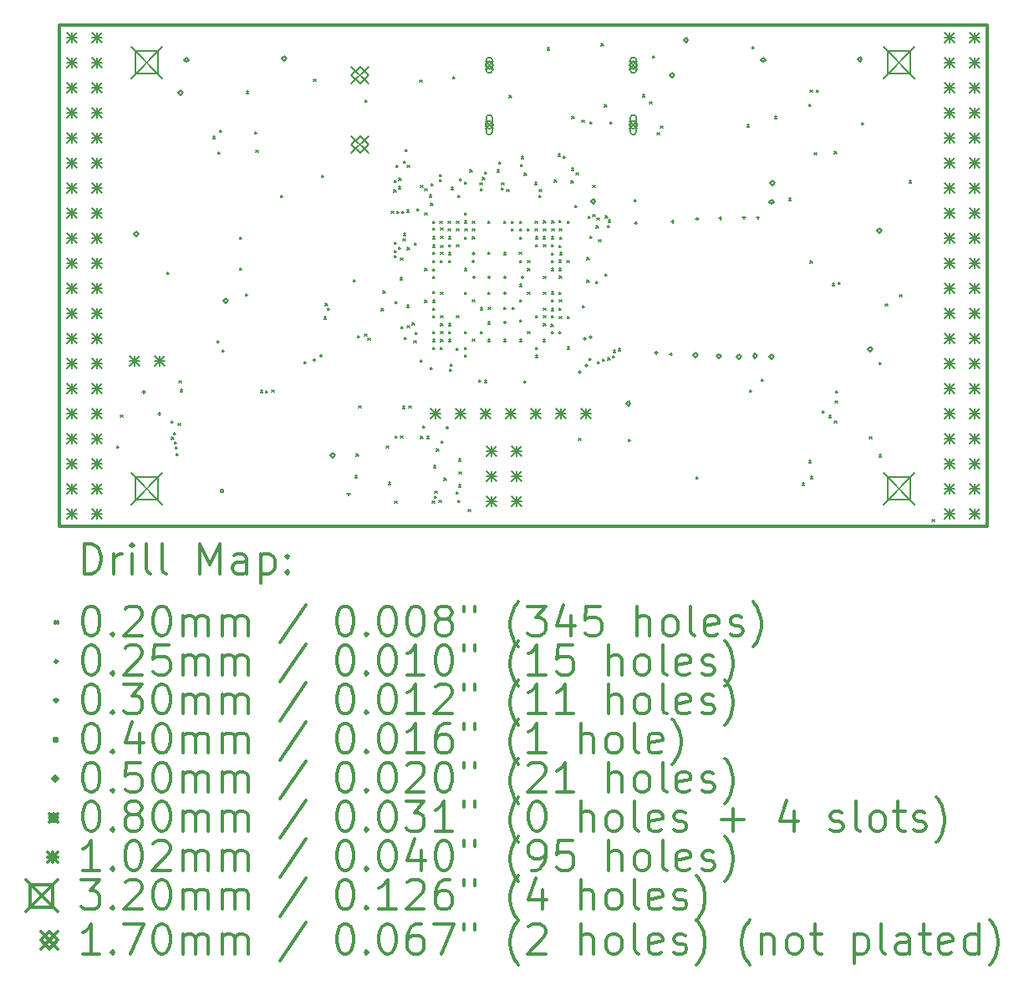
<source format=gbr>
%FSLAX45Y45*%
G04 Gerber Fmt 4.5, Leading zero omitted, Abs format (unit mm)*
G04 Created by KiCad (PCBNEW 4.0.7+dfsg1-1) date Thu Dec  7 22:47:22 2017*
%MOMM*%
%LPD*%
G01*
G04 APERTURE LIST*
%ADD10C,0.127000*%
%ADD11C,0.300000*%
%ADD12C,0.200000*%
G04 APERTURE END LIST*
D10*
D11*
X9410000Y-6142000D02*
X9410000Y-11222000D01*
X18808000Y-6142000D02*
X9410000Y-6142000D01*
X18808000Y-11222000D02*
X18808000Y-6142000D01*
X9410000Y-11222000D02*
X18808000Y-11222000D01*
D12*
X9998000Y-10410000D02*
X10018000Y-10430000D01*
X10018000Y-10410000D02*
X9998000Y-10430000D01*
X10035000Y-10094400D02*
X10055000Y-10114400D01*
X10055000Y-10094400D02*
X10035000Y-10114400D01*
X10506027Y-8651083D02*
X10526027Y-8671083D01*
X10526027Y-8651083D02*
X10506027Y-8671083D01*
X10547276Y-10156132D02*
X10567276Y-10176132D01*
X10567276Y-10156132D02*
X10547276Y-10176132D01*
X10552725Y-10321224D02*
X10572725Y-10341224D01*
X10572725Y-10321224D02*
X10552725Y-10341224D01*
X10571376Y-10271934D02*
X10591376Y-10291934D01*
X10591376Y-10271934D02*
X10571376Y-10291934D01*
X10579560Y-10366582D02*
X10599560Y-10386582D01*
X10599560Y-10366582D02*
X10579560Y-10386582D01*
X10589272Y-10418380D02*
X10609272Y-10438380D01*
X10609272Y-10418380D02*
X10589272Y-10438380D01*
X10598875Y-10487404D02*
X10618875Y-10507404D01*
X10618875Y-10487404D02*
X10598875Y-10507404D01*
X10617613Y-10179347D02*
X10637613Y-10199347D01*
X10637613Y-10179347D02*
X10617613Y-10199347D01*
X10626851Y-9749810D02*
X10646851Y-9769810D01*
X10646851Y-9749810D02*
X10626851Y-9769810D01*
X10637720Y-9838777D02*
X10657720Y-9858777D01*
X10657720Y-9838777D02*
X10637720Y-9858777D01*
X10972800Y-7273000D02*
X10992800Y-7293000D01*
X10992800Y-7273000D02*
X10972800Y-7293000D01*
X11014904Y-9343377D02*
X11034904Y-9363377D01*
X11034904Y-9343377D02*
X11014904Y-9363377D01*
X11021352Y-7428070D02*
X11041352Y-7448070D01*
X11041352Y-7428070D02*
X11021352Y-7448070D01*
X11038300Y-7211500D02*
X11058300Y-7231500D01*
X11058300Y-7211500D02*
X11038300Y-7231500D01*
X11061873Y-9435178D02*
X11081873Y-9455178D01*
X11081873Y-9435178D02*
X11061873Y-9455178D01*
X11241500Y-8291000D02*
X11261500Y-8311000D01*
X11261500Y-8291000D02*
X11241500Y-8311000D01*
X11241500Y-8608500D02*
X11261500Y-8628500D01*
X11261500Y-8608500D02*
X11241500Y-8628500D01*
X11298000Y-8870000D02*
X11318000Y-8890000D01*
X11318000Y-8870000D02*
X11298000Y-8890000D01*
X11311224Y-6814440D02*
X11331224Y-6834440D01*
X11331224Y-6814440D02*
X11311224Y-6834440D01*
X11393900Y-7224200D02*
X11413900Y-7244200D01*
X11413900Y-7224200D02*
X11393900Y-7244200D01*
X11406600Y-7414700D02*
X11426600Y-7434700D01*
X11426600Y-7414700D02*
X11406600Y-7434700D01*
X11450432Y-9847368D02*
X11470432Y-9867368D01*
X11470432Y-9847368D02*
X11450432Y-9867368D01*
X11504932Y-9852549D02*
X11524932Y-9872549D01*
X11524932Y-9852549D02*
X11504932Y-9872549D01*
X11565982Y-9840204D02*
X11585982Y-9860204D01*
X11585982Y-9840204D02*
X11565982Y-9860204D01*
X11655434Y-7867799D02*
X11675434Y-7887799D01*
X11675434Y-7867799D02*
X11655434Y-7887799D01*
X11890851Y-9556294D02*
X11910851Y-9576294D01*
X11910851Y-9556294D02*
X11890851Y-9576294D01*
X11990800Y-6690800D02*
X12010800Y-6710800D01*
X12010800Y-6690800D02*
X11990800Y-6710800D01*
X12073455Y-7667909D02*
X12093455Y-7687909D01*
X12093455Y-7667909D02*
X12073455Y-7687909D01*
X12094120Y-9102507D02*
X12114120Y-9122507D01*
X12114120Y-9102507D02*
X12094120Y-9122507D01*
X12110622Y-8966255D02*
X12130622Y-8986255D01*
X12130622Y-8966255D02*
X12110622Y-8986255D01*
X12130195Y-9015187D02*
X12150195Y-9035187D01*
X12150195Y-9015187D02*
X12130195Y-9035187D01*
X12392771Y-8724771D02*
X12412771Y-8744771D01*
X12412771Y-8724771D02*
X12392771Y-8744771D01*
X12392771Y-8724771D02*
X12412771Y-8744771D01*
X12412771Y-8724771D02*
X12392771Y-8744771D01*
X12410242Y-10710764D02*
X12430242Y-10730764D01*
X12430242Y-10710764D02*
X12410242Y-10730764D01*
X12422957Y-10489495D02*
X12442957Y-10509495D01*
X12442957Y-10489495D02*
X12422957Y-10509495D01*
X12435300Y-9294300D02*
X12455300Y-9314300D01*
X12455300Y-9294300D02*
X12435300Y-9314300D01*
X12448000Y-10005500D02*
X12468000Y-10025500D01*
X12468000Y-10005500D02*
X12448000Y-10025500D01*
X12506739Y-9274152D02*
X12526739Y-9294152D01*
X12526739Y-9274152D02*
X12506739Y-9294152D01*
X12509354Y-6905685D02*
X12529354Y-6925685D01*
X12529354Y-6905685D02*
X12509354Y-6925685D01*
X12539954Y-9315068D02*
X12559954Y-9335068D01*
X12559954Y-9315068D02*
X12539954Y-9335068D01*
X12678001Y-9017611D02*
X12698001Y-9037611D01*
X12698001Y-9017611D02*
X12678001Y-9037611D01*
X12694005Y-8838107D02*
X12714005Y-8858107D01*
X12714005Y-8838107D02*
X12694005Y-8858107D01*
X12728568Y-10410367D02*
X12748568Y-10430367D01*
X12748568Y-10410367D02*
X12728568Y-10430367D01*
X12748660Y-10777504D02*
X12768660Y-10797504D01*
X12768660Y-10777504D02*
X12748660Y-10797504D01*
X12778962Y-8030743D02*
X12798962Y-8050743D01*
X12798962Y-8030743D02*
X12778962Y-8050743D01*
X12802557Y-7813365D02*
X12822557Y-7833365D01*
X12822557Y-7813365D02*
X12802557Y-7833365D01*
X12805201Y-7715784D02*
X12825201Y-7735784D01*
X12825201Y-7715784D02*
X12805201Y-7735784D01*
X12806546Y-8342876D02*
X12826546Y-8362876D01*
X12826546Y-8342876D02*
X12806546Y-8362876D01*
X12808331Y-8428074D02*
X12828331Y-8448074D01*
X12828331Y-8428074D02*
X12808331Y-8448074D01*
X12810326Y-8480738D02*
X12830326Y-8500738D01*
X12830326Y-8480738D02*
X12810326Y-8500738D01*
X12811634Y-10966034D02*
X12831634Y-10986034D01*
X12831634Y-10966034D02*
X12811634Y-10986034D01*
X12815144Y-8946421D02*
X12835144Y-8966421D01*
X12835144Y-8946421D02*
X12815144Y-8966421D01*
X12818000Y-10310000D02*
X12838000Y-10330000D01*
X12838000Y-10310000D02*
X12818000Y-10330000D01*
X12823318Y-7566981D02*
X12843318Y-7586981D01*
X12843318Y-7566981D02*
X12823318Y-7586981D01*
X12831658Y-8029985D02*
X12851658Y-8049985D01*
X12851658Y-8029985D02*
X12831658Y-8049985D01*
X12849054Y-7779404D02*
X12869054Y-7799404D01*
X12869054Y-7779404D02*
X12849054Y-7799404D01*
X12851077Y-8397249D02*
X12871077Y-8417249D01*
X12871077Y-8397249D02*
X12851077Y-8417249D01*
X12854493Y-7695003D02*
X12874493Y-7715003D01*
X12874493Y-7695003D02*
X12854493Y-7715003D01*
X12867665Y-8703514D02*
X12887665Y-8723514D01*
X12887665Y-8703514D02*
X12867665Y-8723514D01*
X12870682Y-10308590D02*
X12890682Y-10328590D01*
X12890682Y-10308590D02*
X12870682Y-10328590D01*
X12872311Y-8505356D02*
X12892311Y-8525356D01*
X12892311Y-8505356D02*
X12872311Y-8525356D01*
X12877965Y-9201104D02*
X12897965Y-9221104D01*
X12897965Y-9201104D02*
X12877965Y-9221104D01*
X12884359Y-8029973D02*
X12904359Y-8049973D01*
X12904359Y-8029973D02*
X12884359Y-8049973D01*
X12890520Y-10007480D02*
X12910520Y-10027480D01*
X12910520Y-10007480D02*
X12890520Y-10027480D01*
X12895438Y-8307924D02*
X12915438Y-8327924D01*
X12915438Y-8307924D02*
X12895438Y-8327924D01*
X12900909Y-8255507D02*
X12920909Y-8275507D01*
X12920909Y-8255507D02*
X12900909Y-8275507D01*
X12902508Y-7521580D02*
X12922508Y-7541580D01*
X12922508Y-7521580D02*
X12902508Y-7541580D01*
X12909665Y-9310913D02*
X12929665Y-9330913D01*
X12929665Y-9310913D02*
X12909665Y-9330913D01*
X12915222Y-7404246D02*
X12935222Y-7424246D01*
X12935222Y-7404246D02*
X12915222Y-7424246D01*
X12934924Y-8982695D02*
X12954924Y-9002695D01*
X12954924Y-8982695D02*
X12934924Y-9002695D01*
X12935799Y-8018511D02*
X12955799Y-8038511D01*
X12955799Y-8018511D02*
X12935799Y-8038511D01*
X12937785Y-9190082D02*
X12957785Y-9210082D01*
X12957785Y-9190082D02*
X12937785Y-9210082D01*
X12938767Y-8397993D02*
X12958767Y-8417993D01*
X12958767Y-8397993D02*
X12938767Y-8417993D01*
X12939334Y-7563781D02*
X12959334Y-7583781D01*
X12959334Y-7563781D02*
X12939334Y-7583781D01*
X12956000Y-10005500D02*
X12976000Y-10025500D01*
X12976000Y-10005500D02*
X12956000Y-10025500D01*
X12988816Y-9162200D02*
X13008816Y-9182200D01*
X13008816Y-9162200D02*
X12988816Y-9182200D01*
X13007140Y-9344434D02*
X13027140Y-9364434D01*
X13027140Y-9344434D02*
X13007140Y-9364434D01*
X13010463Y-8349948D02*
X13030463Y-8369948D01*
X13030463Y-8349948D02*
X13010463Y-8369948D01*
X13020226Y-9260033D02*
X13040226Y-9280033D01*
X13040226Y-9260033D02*
X13020226Y-9280033D01*
X13038990Y-8006723D02*
X13058990Y-8026723D01*
X13058990Y-8006723D02*
X13038990Y-8026723D01*
X13066199Y-6701962D02*
X13086199Y-6721962D01*
X13086199Y-6701962D02*
X13066199Y-6721962D01*
X13070707Y-9535414D02*
X13090707Y-9555414D01*
X13090707Y-9535414D02*
X13070707Y-9555414D01*
X13073949Y-10310829D02*
X13093949Y-10330829D01*
X13093949Y-10310829D02*
X13073949Y-10330829D01*
X13075683Y-7768682D02*
X13095683Y-7788682D01*
X13095683Y-7768682D02*
X13075683Y-7788682D01*
X13093907Y-10208700D02*
X13113907Y-10228700D01*
X13113907Y-10208700D02*
X13093907Y-10228700D01*
X13115313Y-7803422D02*
X13135313Y-7823422D01*
X13135313Y-7803422D02*
X13115313Y-7823422D01*
X13117530Y-8049575D02*
X13137530Y-8069575D01*
X13137530Y-8049575D02*
X13117530Y-8069575D01*
X13117831Y-8611310D02*
X13137831Y-8631310D01*
X13137831Y-8611310D02*
X13117831Y-8631310D01*
X13117950Y-8930733D02*
X13137950Y-8950733D01*
X13137950Y-8930733D02*
X13117950Y-8950733D01*
X13135385Y-10310829D02*
X13155385Y-10330829D01*
X13155385Y-10310829D02*
X13135385Y-10330829D01*
X13160933Y-7864587D02*
X13180933Y-7884587D01*
X13180933Y-7864587D02*
X13160933Y-7884587D01*
X13170890Y-9612737D02*
X13190890Y-9632737D01*
X13190890Y-9612737D02*
X13170890Y-9632737D01*
X13174731Y-7948989D02*
X13194731Y-7968989D01*
X13194731Y-7948989D02*
X13174731Y-7968989D01*
X13182329Y-7748485D02*
X13202329Y-7768485D01*
X13202329Y-7748485D02*
X13182329Y-7768485D01*
X13192441Y-10966678D02*
X13212441Y-10986678D01*
X13212441Y-10966678D02*
X13192441Y-10986678D01*
X13196210Y-8443398D02*
X13216210Y-8463398D01*
X13216210Y-8443398D02*
X13196210Y-8463398D01*
X13197298Y-8527799D02*
X13217298Y-8547799D01*
X13217298Y-8527799D02*
X13197298Y-8547799D01*
X13197562Y-8931064D02*
X13217562Y-8951064D01*
X13217562Y-8931064D02*
X13197562Y-8951064D01*
X13197765Y-9087799D02*
X13217765Y-9107799D01*
X13217765Y-9087799D02*
X13197765Y-9107799D01*
X13197902Y-8288404D02*
X13217902Y-8308404D01*
X13217902Y-8288404D02*
X13197902Y-8308404D01*
X13198000Y-8130000D02*
X13218000Y-8150000D01*
X13218000Y-8130000D02*
X13198000Y-8150000D01*
X13198000Y-8690000D02*
X13218000Y-8710000D01*
X13218000Y-8690000D02*
X13198000Y-8710000D01*
X13198000Y-9250000D02*
X13218000Y-9270000D01*
X13218000Y-9250000D02*
X13198000Y-9270000D01*
X13198000Y-9330000D02*
X13218000Y-9350000D01*
X13218000Y-9330000D02*
X13198000Y-9350000D01*
X13198000Y-9410000D02*
X13218000Y-9430000D01*
X13218000Y-9410000D02*
X13198000Y-9430000D01*
X13198001Y-8200333D02*
X13218001Y-8220333D01*
X13218001Y-8200333D02*
X13198001Y-8220333D01*
X13198296Y-9011078D02*
X13218296Y-9031078D01*
X13218296Y-9011078D02*
X13198296Y-9031078D01*
X13198303Y-8616041D02*
X13218303Y-8636041D01*
X13218303Y-8616041D02*
X13198303Y-8636041D01*
X13198368Y-8372806D02*
X13218368Y-8392806D01*
X13218368Y-8372806D02*
X13198368Y-8392806D01*
X13198405Y-8845827D02*
X13218405Y-8865827D01*
X13218405Y-8845827D02*
X13198405Y-8865827D01*
X13206286Y-10608587D02*
X13226286Y-10628587D01*
X13226286Y-10608587D02*
X13206286Y-10628587D01*
X13211973Y-10917729D02*
X13231973Y-10937729D01*
X13231973Y-10917729D02*
X13211973Y-10937729D01*
X13218587Y-10865445D02*
X13238587Y-10885445D01*
X13238587Y-10865445D02*
X13218587Y-10885445D01*
X13236800Y-10440341D02*
X13256800Y-10460341D01*
X13256800Y-10440341D02*
X13236800Y-10460341D01*
X13260800Y-10958000D02*
X13280800Y-10978000D01*
X13280800Y-10958000D02*
X13260800Y-10978000D01*
X13263724Y-7657621D02*
X13283724Y-7677621D01*
X13283724Y-7657621D02*
X13263724Y-7677621D01*
X13266117Y-7710267D02*
X13286117Y-7730267D01*
X13286117Y-7710267D02*
X13266117Y-7730267D01*
X13268334Y-8130000D02*
X13288334Y-8150000D01*
X13288334Y-8130000D02*
X13268334Y-8150000D01*
X13273464Y-8527799D02*
X13293464Y-8547799D01*
X13293464Y-8527799D02*
X13273464Y-8547799D01*
X13274623Y-9409707D02*
X13294623Y-9429707D01*
X13294623Y-9409707D02*
X13274623Y-9429707D01*
X13276300Y-8202454D02*
X13296300Y-8222454D01*
X13296300Y-8202454D02*
X13276300Y-8222454D01*
X13277177Y-8443398D02*
X13297177Y-8463398D01*
X13297177Y-8443398D02*
X13277177Y-8463398D01*
X13277261Y-8286855D02*
X13297261Y-8306855D01*
X13297261Y-8286855D02*
X13277261Y-8306855D01*
X13278000Y-8850000D02*
X13298000Y-8870000D01*
X13298000Y-8850000D02*
X13278000Y-8870000D01*
X13278000Y-9090000D02*
X13298000Y-9110000D01*
X13298000Y-9090000D02*
X13278000Y-9110000D01*
X13278000Y-9170000D02*
X13298000Y-9190000D01*
X13298000Y-9170000D02*
X13278000Y-9190000D01*
X13278000Y-9250000D02*
X13298000Y-9270000D01*
X13298000Y-9250000D02*
X13278000Y-9270000D01*
X13278000Y-9330000D02*
X13298000Y-9350000D01*
X13298000Y-9330000D02*
X13278000Y-9350000D01*
X13278089Y-8379783D02*
X13298089Y-8399784D01*
X13298089Y-8379783D02*
X13278089Y-8399784D01*
X13283696Y-10361100D02*
X13303696Y-10381100D01*
X13303696Y-10361100D02*
X13283696Y-10381100D01*
X13311600Y-10736500D02*
X13331600Y-10756500D01*
X13331600Y-10736500D02*
X13311600Y-10756500D01*
X13352736Y-8131468D02*
X13372736Y-8151468D01*
X13372736Y-8131468D02*
X13352736Y-8151468D01*
X13354839Y-8209060D02*
X13374839Y-8229060D01*
X13374839Y-8209060D02*
X13354839Y-8229060D01*
X13357194Y-8449520D02*
X13377194Y-8469520D01*
X13377194Y-8449520D02*
X13357194Y-8469520D01*
X13358000Y-8290000D02*
X13378000Y-8310000D01*
X13378000Y-8290000D02*
X13358000Y-8310000D01*
X13358000Y-8370000D02*
X13378000Y-8390000D01*
X13378000Y-8370000D02*
X13358000Y-8390000D01*
X13358000Y-8530000D02*
X13378000Y-8550000D01*
X13378000Y-8530000D02*
X13358000Y-8550000D01*
X13358000Y-9170000D02*
X13378000Y-9190000D01*
X13378000Y-9170000D02*
X13358000Y-9190000D01*
X13358000Y-9250000D02*
X13378000Y-9270000D01*
X13378000Y-9250000D02*
X13358000Y-9270000D01*
X13358548Y-9330230D02*
X13378548Y-9350230D01*
X13378548Y-9330230D02*
X13358548Y-9350230D01*
X13366285Y-9629515D02*
X13386285Y-9649515D01*
X13386285Y-9629515D02*
X13366285Y-9649515D01*
X13375239Y-9577580D02*
X13395239Y-9597580D01*
X13395239Y-9577580D02*
X13375239Y-9597580D01*
X13384238Y-7788077D02*
X13404238Y-7808077D01*
X13404238Y-7788077D02*
X13384238Y-7808077D01*
X13397916Y-6668615D02*
X13417916Y-6688615D01*
X13417916Y-6668615D02*
X13397916Y-6688615D01*
X13435582Y-9416717D02*
X13455582Y-9436717D01*
X13455582Y-9416717D02*
X13435582Y-9436717D01*
X13436400Y-10874197D02*
X13456400Y-10894197D01*
X13456400Y-10874197D02*
X13436400Y-10894197D01*
X13437137Y-8130675D02*
X13457137Y-8150675D01*
X13457137Y-8130675D02*
X13437137Y-8150675D01*
X13437651Y-8208015D02*
X13457651Y-8228015D01*
X13457651Y-8208015D02*
X13437651Y-8228015D01*
X13438000Y-8370000D02*
X13458000Y-8390000D01*
X13458000Y-8370000D02*
X13438000Y-8390000D01*
X13438000Y-9090000D02*
X13458000Y-9110000D01*
X13458000Y-9090000D02*
X13438000Y-9110000D01*
X13451300Y-7871900D02*
X13471300Y-7891900D01*
X13471300Y-7871900D02*
X13451300Y-7891900D01*
X13453687Y-10961995D02*
X13473687Y-10981995D01*
X13473687Y-10961995D02*
X13453687Y-10981995D01*
X13457587Y-10803159D02*
X13477587Y-10823159D01*
X13477587Y-10803159D02*
X13457587Y-10823159D01*
X13460735Y-10540845D02*
X13480735Y-10560845D01*
X13480735Y-10540845D02*
X13460735Y-10560845D01*
X13465065Y-10671051D02*
X13485065Y-10691051D01*
X13485065Y-10671051D02*
X13465065Y-10691051D01*
X13465805Y-7703014D02*
X13485805Y-7723014D01*
X13485805Y-7703014D02*
X13465805Y-7723014D01*
X13517331Y-8851860D02*
X13537331Y-8871860D01*
X13537331Y-8851860D02*
X13517331Y-8871860D01*
X13518000Y-8292201D02*
X13538000Y-8312201D01*
X13538000Y-8292201D02*
X13518000Y-8312201D01*
X13518000Y-8610000D02*
X13538000Y-8630000D01*
X13538000Y-8610000D02*
X13518000Y-8630000D01*
X13518000Y-9250000D02*
X13538000Y-9270000D01*
X13538000Y-9250000D02*
X13518000Y-9270000D01*
X13518006Y-7736330D02*
X13538006Y-7756330D01*
X13538006Y-7736330D02*
X13518006Y-7756330D01*
X13518128Y-8048312D02*
X13538128Y-8068312D01*
X13538128Y-8048312D02*
X13518128Y-8068312D01*
X13518463Y-9488530D02*
X13538463Y-9508530D01*
X13538463Y-9488530D02*
X13518463Y-9508530D01*
X13518862Y-9412562D02*
X13538862Y-9432562D01*
X13538862Y-9412562D02*
X13518862Y-9432562D01*
X13521538Y-8129192D02*
X13541538Y-8149192D01*
X13541538Y-8129192D02*
X13521538Y-8149192D01*
X13522052Y-8209644D02*
X13542052Y-8229644D01*
X13542052Y-8209644D02*
X13522052Y-8229644D01*
X13555656Y-11051071D02*
X13575656Y-11071071D01*
X13575656Y-11051071D02*
X13555656Y-11071071D01*
X13573070Y-7610061D02*
X13593070Y-7630061D01*
X13593070Y-7610061D02*
X13573070Y-7630061D01*
X13598000Y-8210000D02*
X13618000Y-8230000D01*
X13618000Y-8210000D02*
X13598000Y-8230000D01*
X13598000Y-8290000D02*
X13618000Y-8310000D01*
X13618000Y-8290000D02*
X13598000Y-8310000D01*
X13598517Y-8929483D02*
X13618517Y-8949483D01*
X13618517Y-8929483D02*
X13598517Y-8949483D01*
X13599596Y-9326965D02*
X13619596Y-9346965D01*
X13619596Y-9326965D02*
X13599596Y-9346965D01*
X13599639Y-8129507D02*
X13619639Y-8149507D01*
X13619639Y-8129507D02*
X13599639Y-8149507D01*
X13664090Y-9741450D02*
X13684090Y-9761450D01*
X13684090Y-9741450D02*
X13664090Y-9761450D01*
X13675954Y-7745082D02*
X13695954Y-7765082D01*
X13695954Y-7745082D02*
X13675954Y-7765082D01*
X13678000Y-9250000D02*
X13698000Y-9270000D01*
X13698000Y-9250000D02*
X13678000Y-9270000D01*
X13678517Y-9009483D02*
X13698517Y-9029483D01*
X13698517Y-9009483D02*
X13678517Y-9029483D01*
X13682206Y-7799789D02*
X13702206Y-7819789D01*
X13702206Y-7799789D02*
X13682206Y-7819789D01*
X13700695Y-7687992D02*
X13720695Y-7707992D01*
X13720695Y-7687992D02*
X13700695Y-7707992D01*
X13719559Y-9743802D02*
X13739559Y-9763802D01*
X13739559Y-9743802D02*
X13719559Y-9763802D01*
X13720873Y-7631502D02*
X13740873Y-7651502D01*
X13740873Y-7631502D02*
X13720873Y-7651502D01*
X13755905Y-9153803D02*
X13775905Y-9173803D01*
X13775905Y-9153803D02*
X13755905Y-9173803D01*
X13758000Y-8130000D02*
X13778000Y-8150000D01*
X13778000Y-8130000D02*
X13758000Y-8150000D01*
X13758000Y-8850000D02*
X13778000Y-8870000D01*
X13778000Y-8850000D02*
X13758000Y-8870000D01*
X13758000Y-9330000D02*
X13778000Y-9350000D01*
X13778000Y-9330000D02*
X13758000Y-9350000D01*
X13758056Y-8443409D02*
X13778056Y-8463409D01*
X13778056Y-8443409D02*
X13758056Y-8463409D01*
X13758900Y-9002299D02*
X13778900Y-9022299D01*
X13778900Y-9002299D02*
X13758900Y-9022299D01*
X13848000Y-7610000D02*
X13868000Y-7630000D01*
X13868000Y-7610000D02*
X13848000Y-7630000D01*
X13867920Y-7530076D02*
X13887920Y-7550076D01*
X13887920Y-7530076D02*
X13867920Y-7550076D01*
X13893411Y-7794095D02*
X13913411Y-7814095D01*
X13913411Y-7794095D02*
X13893411Y-7814095D01*
X13894675Y-7741409D02*
X13914675Y-7761409D01*
X13914675Y-7741409D02*
X13894675Y-7761409D01*
X13917252Y-8451135D02*
X13937252Y-8471135D01*
X13937252Y-8451135D02*
X13917252Y-8471135D01*
X13918000Y-8130000D02*
X13938000Y-8150000D01*
X13938000Y-8130000D02*
X13918000Y-8150000D01*
X13918000Y-9002299D02*
X13938000Y-9022299D01*
X13938000Y-9002299D02*
X13918000Y-9022299D01*
X13918000Y-9330000D02*
X13938000Y-9350000D01*
X13938000Y-9330000D02*
X13918000Y-9350000D01*
X13947862Y-7810586D02*
X13967862Y-7830586D01*
X13967862Y-7810586D02*
X13947862Y-7830586D01*
X13972000Y-6856567D02*
X13992000Y-6876567D01*
X13992000Y-6856567D02*
X13972000Y-6876567D01*
X13993095Y-8210000D02*
X14013095Y-8230000D01*
X14013095Y-8210000D02*
X13993095Y-8230000D01*
X13993599Y-8130000D02*
X14013599Y-8150000D01*
X14013599Y-8130000D02*
X13993599Y-8150000D01*
X13999489Y-9002299D02*
X14019489Y-9022299D01*
X14019489Y-9002299D02*
X13999489Y-9022299D01*
X14073600Y-8443400D02*
X14093600Y-8463400D01*
X14093600Y-8443400D02*
X14073600Y-8463400D01*
X14076403Y-8294140D02*
X14096403Y-8314140D01*
X14096403Y-8294140D02*
X14076403Y-8314140D01*
X14077419Y-9133335D02*
X14097419Y-9153335D01*
X14097419Y-9133335D02*
X14077419Y-9153335D01*
X14077497Y-8207716D02*
X14097497Y-8227716D01*
X14097497Y-8207716D02*
X14077497Y-8227716D01*
X14078000Y-8130000D02*
X14098000Y-8150000D01*
X14098000Y-8130000D02*
X14078000Y-8150000D01*
X14078000Y-8530000D02*
X14098000Y-8550000D01*
X14098000Y-8530000D02*
X14078000Y-8550000D01*
X14078000Y-8770000D02*
X14098000Y-8790000D01*
X14098000Y-8770000D02*
X14078000Y-8790000D01*
X14078000Y-8930000D02*
X14098000Y-8950000D01*
X14098000Y-8930000D02*
X14078000Y-8950000D01*
X14078000Y-9330000D02*
X14098000Y-9350000D01*
X14098000Y-9330000D02*
X14078000Y-9350000D01*
X14088006Y-7558194D02*
X14108006Y-7578194D01*
X14108006Y-7558194D02*
X14088006Y-7578194D01*
X14094664Y-7477380D02*
X14114664Y-7497380D01*
X14114664Y-7477380D02*
X14094664Y-7497380D01*
X14118000Y-9750000D02*
X14138000Y-9770000D01*
X14138000Y-9750000D02*
X14118000Y-9770000D01*
X14124297Y-7645500D02*
X14144297Y-7665500D01*
X14144297Y-7645500D02*
X14124297Y-7665500D01*
X14156269Y-8210778D02*
X14176269Y-8230778D01*
X14176269Y-8210778D02*
X14156269Y-8230778D01*
X14158000Y-8530000D02*
X14178000Y-8550000D01*
X14178000Y-8530000D02*
X14158000Y-8550000D01*
X14158000Y-8610000D02*
X14178000Y-8630000D01*
X14178000Y-8610000D02*
X14158000Y-8630000D01*
X14158000Y-8850000D02*
X14178000Y-8870000D01*
X14178000Y-8850000D02*
X14158000Y-8870000D01*
X14158000Y-9250000D02*
X14178000Y-9270000D01*
X14178000Y-9250000D02*
X14158000Y-9270000D01*
X14227745Y-7739745D02*
X14247745Y-7759745D01*
X14247745Y-7739745D02*
X14227745Y-7759745D01*
X14233746Y-8208147D02*
X14253746Y-8228147D01*
X14253746Y-8208147D02*
X14233746Y-8228147D01*
X14235691Y-8130580D02*
X14255691Y-8150580D01*
X14255691Y-8130580D02*
X14235691Y-8150580D01*
X14237355Y-8289891D02*
X14257355Y-8309891D01*
X14257355Y-8289891D02*
X14237355Y-8309891D01*
X14238000Y-8370000D02*
X14258000Y-8390000D01*
X14258000Y-8370000D02*
X14238000Y-8390000D01*
X14238000Y-9090000D02*
X14258000Y-9110000D01*
X14258000Y-9090000D02*
X14238000Y-9110000D01*
X14238000Y-9410000D02*
X14258000Y-9430000D01*
X14258000Y-9410000D02*
X14238000Y-9430000D01*
X14238000Y-9490000D02*
X14258000Y-9510000D01*
X14258000Y-9490000D02*
X14238000Y-9510000D01*
X14274121Y-7868425D02*
X14294121Y-7888425D01*
X14294121Y-7868425D02*
X14274121Y-7888425D01*
X14276427Y-7811737D02*
X14296427Y-7831737D01*
X14296427Y-7811737D02*
X14276427Y-7831737D01*
X14315799Y-8290000D02*
X14335799Y-8310000D01*
X14335799Y-8290000D02*
X14315799Y-8310000D01*
X14316969Y-9331491D02*
X14336969Y-9351491D01*
X14336969Y-9331491D02*
X14316969Y-9351491D01*
X14317803Y-8849503D02*
X14337803Y-8869503D01*
X14337803Y-8849503D02*
X14317803Y-8869503D01*
X14318000Y-8370000D02*
X14338000Y-8390000D01*
X14338000Y-8370000D02*
X14318000Y-8390000D01*
X14318000Y-8690000D02*
X14338000Y-8710000D01*
X14338000Y-8690000D02*
X14318000Y-8710000D01*
X14318000Y-9090000D02*
X14338000Y-9110000D01*
X14338000Y-9090000D02*
X14318000Y-9110000D01*
X14318000Y-9170000D02*
X14338000Y-9190000D01*
X14338000Y-9170000D02*
X14318000Y-9190000D01*
X14318147Y-8210607D02*
X14338147Y-8230607D01*
X14338147Y-8210607D02*
X14318147Y-8230607D01*
X14318182Y-9010195D02*
X14338182Y-9030195D01*
X14338182Y-9010195D02*
X14318182Y-9030195D01*
X14320092Y-8127729D02*
X14340092Y-8147729D01*
X14340092Y-8127729D02*
X14320092Y-8147729D01*
X14355067Y-6376252D02*
X14375067Y-6396252D01*
X14375067Y-6376252D02*
X14355067Y-6396252D01*
X14396483Y-9177765D02*
X14416483Y-9197765D01*
X14416483Y-9177765D02*
X14396483Y-9197765D01*
X14397624Y-8929530D02*
X14417624Y-8949530D01*
X14417624Y-8929530D02*
X14397624Y-8949530D01*
X14397701Y-9016697D02*
X14417701Y-9036697D01*
X14417701Y-9016697D02*
X14397701Y-9036697D01*
X14398000Y-8610000D02*
X14418000Y-8630000D01*
X14418000Y-8610000D02*
X14398000Y-8630000D01*
X14398000Y-9090000D02*
X14418000Y-9110000D01*
X14418000Y-9090000D02*
X14398000Y-9110000D01*
X14398283Y-8848451D02*
X14418283Y-8868451D01*
X14418283Y-8848451D02*
X14398283Y-8868451D01*
X14400201Y-8290000D02*
X14420201Y-8310000D01*
X14420201Y-8290000D02*
X14400201Y-8310000D01*
X14400201Y-8529722D02*
X14420201Y-8549722D01*
X14420201Y-8529722D02*
X14400201Y-8549722D01*
X14400319Y-8367799D02*
X14420319Y-8387799D01*
X14420319Y-8367799D02*
X14400319Y-8387799D01*
X14400319Y-8452201D02*
X14420319Y-8472201D01*
X14420319Y-8452201D02*
X14400319Y-8472201D01*
X14401325Y-9248876D02*
X14421325Y-9268876D01*
X14421325Y-9248876D02*
X14401325Y-9268876D01*
X14402549Y-8208647D02*
X14422549Y-8228647D01*
X14422549Y-8208647D02*
X14402549Y-8228647D01*
X14404493Y-8128708D02*
X14424493Y-8148708D01*
X14424493Y-8128708D02*
X14404493Y-8148708D01*
X14429487Y-7711993D02*
X14449487Y-7731993D01*
X14449487Y-7711993D02*
X14429487Y-7731993D01*
X14468000Y-7449038D02*
X14488000Y-7469038D01*
X14488000Y-7449038D02*
X14468000Y-7469038D01*
X14476724Y-9012976D02*
X14496724Y-9032976D01*
X14496724Y-9012976D02*
X14476724Y-9032976D01*
X14476810Y-8527135D02*
X14496810Y-8547135D01*
X14496810Y-8527135D02*
X14476810Y-8547135D01*
X14477394Y-8376040D02*
X14497394Y-8396040D01*
X14497394Y-8376040D02*
X14477394Y-8396040D01*
X14477515Y-8611890D02*
X14497515Y-8631890D01*
X14497515Y-8611890D02*
X14477515Y-8631890D01*
X14477654Y-8122836D02*
X14497654Y-8142836D01*
X14497654Y-8122836D02*
X14477654Y-8142836D01*
X14477765Y-8852201D02*
X14497765Y-8872201D01*
X14497765Y-8852201D02*
X14477765Y-8872201D01*
X14478235Y-9247799D02*
X14498235Y-9267799D01*
X14498235Y-9247799D02*
X14478235Y-9267799D01*
X14478812Y-8207237D02*
X14498812Y-8227237D01*
X14498812Y-8207237D02*
X14478812Y-8227237D01*
X14479163Y-9097377D02*
X14499163Y-9117377D01*
X14499163Y-9097377D02*
X14479163Y-9117377D01*
X14479260Y-8928574D02*
X14499260Y-8948574D01*
X14499260Y-8928574D02*
X14479260Y-8948574D01*
X14479432Y-8687756D02*
X14499432Y-8707756D01*
X14499432Y-8687756D02*
X14479432Y-8707756D01*
X14481566Y-8449874D02*
X14501566Y-8469874D01*
X14501566Y-8449874D02*
X14481566Y-8469874D01*
X14481689Y-8291638D02*
X14501689Y-8311638D01*
X14501689Y-8291638D02*
X14481689Y-8311638D01*
X14515569Y-7471722D02*
X14535569Y-7491722D01*
X14535569Y-7471722D02*
X14515569Y-7491722D01*
X14557281Y-8529606D02*
X14577281Y-8549606D01*
X14577281Y-8529606D02*
X14557281Y-8549606D01*
X14558000Y-8130000D02*
X14578000Y-8150000D01*
X14578000Y-8130000D02*
X14558000Y-8150000D01*
X14558000Y-9407799D02*
X14578000Y-9427799D01*
X14578000Y-9407799D02*
X14558000Y-9427799D01*
X14559846Y-9097377D02*
X14579846Y-9117377D01*
X14579846Y-9097377D02*
X14559846Y-9117377D01*
X14598908Y-7720057D02*
X14618908Y-7740057D01*
X14618908Y-7720057D02*
X14598908Y-7740057D01*
X14603080Y-7596013D02*
X14623080Y-7616013D01*
X14623080Y-7596013D02*
X14603080Y-7616013D01*
X14608000Y-7070000D02*
X14628000Y-7090000D01*
X14628000Y-7070000D02*
X14608000Y-7090000D01*
X14638141Y-7971938D02*
X14658141Y-7991938D01*
X14658141Y-7971938D02*
X14638141Y-7991938D01*
X14647773Y-7640082D02*
X14667773Y-7660082D01*
X14667773Y-7640082D02*
X14647773Y-7660082D01*
X14674429Y-10335274D02*
X14694429Y-10355274D01*
X14694429Y-10335274D02*
X14674429Y-10355274D01*
X14708600Y-7110000D02*
X14728600Y-7130000D01*
X14728600Y-7110000D02*
X14708600Y-7130000D01*
X14710765Y-8987304D02*
X14730765Y-9007304D01*
X14730765Y-8987304D02*
X14710765Y-9007304D01*
X14758752Y-8499333D02*
X14778752Y-8519333D01*
X14778752Y-8499333D02*
X14758752Y-8519333D01*
X14759554Y-8730321D02*
X14779554Y-8750321D01*
X14779554Y-8730321D02*
X14759554Y-8750321D01*
X14770223Y-8081781D02*
X14790223Y-8101781D01*
X14790223Y-8081781D02*
X14770223Y-8101781D01*
X14782793Y-9522924D02*
X14802793Y-9542924D01*
X14802793Y-9522924D02*
X14782793Y-9542924D01*
X14788315Y-7124708D02*
X14808315Y-7144708D01*
X14808315Y-7124708D02*
X14788315Y-7144708D01*
X14790137Y-8285878D02*
X14810137Y-8305878D01*
X14810137Y-8285878D02*
X14790137Y-8305878D01*
X14817193Y-7767799D02*
X14837193Y-7787799D01*
X14837193Y-7767799D02*
X14817193Y-7787799D01*
X14819827Y-8063981D02*
X14839827Y-8083981D01*
X14839827Y-8063981D02*
X14819827Y-8083981D01*
X14847881Y-8739688D02*
X14867881Y-8759688D01*
X14867881Y-8739688D02*
X14847881Y-8759688D01*
X14851067Y-8180003D02*
X14871067Y-8200003D01*
X14871067Y-8180003D02*
X14851067Y-8200003D01*
X14861989Y-8095601D02*
X14881989Y-8115601D01*
X14881989Y-8095601D02*
X14861989Y-8115601D01*
X14864798Y-9556963D02*
X14884798Y-9576963D01*
X14884798Y-9556963D02*
X14864798Y-9576963D01*
X14877872Y-8316103D02*
X14897872Y-8336103D01*
X14897872Y-8316103D02*
X14877872Y-8336103D01*
X14903412Y-6332405D02*
X14923412Y-6352405D01*
X14923412Y-6332405D02*
X14903412Y-6352405D01*
X14918439Y-9527799D02*
X14938439Y-9547799D01*
X14938439Y-9527799D02*
X14918439Y-9547799D01*
X14937595Y-6951968D02*
X14957595Y-6971968D01*
X14957595Y-6951968D02*
X14937595Y-6971968D01*
X14942082Y-8666919D02*
X14962082Y-8686919D01*
X14962082Y-8666919D02*
X14942082Y-8686919D01*
X14944975Y-8076843D02*
X14964975Y-8096843D01*
X14964975Y-8076843D02*
X14944975Y-8096843D01*
X14967169Y-8172566D02*
X14987169Y-8192566D01*
X14987169Y-8172566D02*
X14967169Y-8192566D01*
X14969589Y-9515108D02*
X14989589Y-9535108D01*
X14989589Y-9515108D02*
X14969589Y-9535108D01*
X14974647Y-8120398D02*
X14994647Y-8140398D01*
X14994647Y-8120398D02*
X14974647Y-8140398D01*
X14993085Y-7123185D02*
X15013085Y-7143185D01*
X15013085Y-7123185D02*
X14993085Y-7143185D01*
X15017890Y-9494025D02*
X15037890Y-9514025D01*
X15037890Y-9494025D02*
X15017890Y-9514025D01*
X15024597Y-9441753D02*
X15044597Y-9461753D01*
X15044597Y-9441753D02*
X15024597Y-9461753D01*
X15078921Y-9423257D02*
X15098921Y-9443257D01*
X15098921Y-9423257D02*
X15078921Y-9443257D01*
X15179638Y-10341072D02*
X15199638Y-10361072D01*
X15199638Y-10341072D02*
X15179638Y-10361072D01*
X15239707Y-7909347D02*
X15259707Y-7929347D01*
X15259707Y-7909347D02*
X15239707Y-7929347D01*
X15319711Y-6850829D02*
X15339711Y-6870829D01*
X15339711Y-6850829D02*
X15319711Y-6870829D01*
X15395230Y-6920230D02*
X15415230Y-6940230D01*
X15415230Y-6920230D02*
X15395230Y-6940230D01*
X15422933Y-6454377D02*
X15442933Y-6474377D01*
X15442933Y-6454377D02*
X15422933Y-6474377D01*
X15469400Y-7232600D02*
X15489400Y-7252600D01*
X15489400Y-7232600D02*
X15469400Y-7252600D01*
X15504936Y-7166453D02*
X15524936Y-7186453D01*
X15524936Y-7166453D02*
X15504936Y-7186453D01*
X15861665Y-10722518D02*
X15881665Y-10742518D01*
X15881665Y-10722518D02*
X15861665Y-10742518D01*
X16380885Y-7155186D02*
X16400885Y-7175186D01*
X16400885Y-7155186D02*
X16380885Y-7175186D01*
X16404456Y-9841173D02*
X16424456Y-9861173D01*
X16424456Y-9841173D02*
X16404456Y-9861173D01*
X16433388Y-6363745D02*
X16453388Y-6383745D01*
X16453388Y-6363745D02*
X16433388Y-6383745D01*
X16524921Y-9732292D02*
X16544921Y-9752292D01*
X16544921Y-9732292D02*
X16524921Y-9752292D01*
X16657891Y-7070355D02*
X16677891Y-7090355D01*
X16677891Y-7070355D02*
X16657891Y-7090355D01*
X16806644Y-7900804D02*
X16826644Y-7920804D01*
X16826644Y-7900804D02*
X16806644Y-7920804D01*
X16940659Y-10785373D02*
X16960659Y-10805373D01*
X16960659Y-10785373D02*
X16940659Y-10805373D01*
X17005773Y-10556635D02*
X17025773Y-10576635D01*
X17025773Y-10556635D02*
X17005773Y-10576635D01*
X17008296Y-6947101D02*
X17028296Y-6967101D01*
X17028296Y-6947101D02*
X17008296Y-6967101D01*
X17020000Y-6805100D02*
X17040000Y-6825100D01*
X17040000Y-6805100D02*
X17020000Y-6825100D01*
X17020954Y-8534153D02*
X17040954Y-8554153D01*
X17040954Y-8534153D02*
X17020954Y-8554153D01*
X17026290Y-10718620D02*
X17046290Y-10738620D01*
X17046290Y-10718620D02*
X17026290Y-10738620D01*
X17063590Y-7436498D02*
X17083590Y-7456498D01*
X17083590Y-7436498D02*
X17063590Y-7456498D01*
X17085000Y-6802556D02*
X17105000Y-6822556D01*
X17105000Y-6802556D02*
X17085000Y-6822556D01*
X17144030Y-10054574D02*
X17164030Y-10074574D01*
X17164030Y-10054574D02*
X17144030Y-10074574D01*
X17209336Y-10100566D02*
X17229336Y-10120566D01*
X17229336Y-10100566D02*
X17209336Y-10120566D01*
X17246454Y-8762201D02*
X17266454Y-8782201D01*
X17266454Y-8762201D02*
X17246454Y-8782201D01*
X17264664Y-7424799D02*
X17284664Y-7444799D01*
X17284664Y-7424799D02*
X17264664Y-7444799D01*
X17266127Y-10155168D02*
X17286127Y-10175168D01*
X17286127Y-10155168D02*
X17266127Y-10175168D01*
X17273463Y-9949992D02*
X17293463Y-9969992D01*
X17293463Y-9949992D02*
X17273463Y-9969992D01*
X17277992Y-9851865D02*
X17297992Y-9871865D01*
X17297992Y-9851865D02*
X17277992Y-9871865D01*
X17303795Y-8749428D02*
X17323795Y-8769428D01*
X17323795Y-8749428D02*
X17303795Y-8769428D01*
X17539563Y-7135743D02*
X17559563Y-7155743D01*
X17559563Y-7135743D02*
X17539563Y-7155743D01*
X17620559Y-10317981D02*
X17640559Y-10337981D01*
X17640559Y-10317981D02*
X17620559Y-10337981D01*
X17717400Y-10497912D02*
X17737400Y-10517912D01*
X17737400Y-10497912D02*
X17717400Y-10517912D01*
X17718500Y-9561000D02*
X17738500Y-9581000D01*
X17738500Y-9561000D02*
X17718500Y-9581000D01*
X17782698Y-8971206D02*
X17802698Y-8991206D01*
X17802698Y-8971206D02*
X17782698Y-8991206D01*
X17925151Y-8876833D02*
X17945151Y-8896833D01*
X17945151Y-8876833D02*
X17925151Y-8896833D01*
X18024078Y-7721693D02*
X18044078Y-7741693D01*
X18044078Y-7721693D02*
X18024078Y-7741693D01*
X18257515Y-11153763D02*
X18277515Y-11173763D01*
X18277515Y-11153763D02*
X18257515Y-11173763D01*
X12010516Y-9541295D02*
G75*
G03X12010516Y-9541295I-12700J0D01*
G01*
X12076103Y-9497760D02*
G75*
G03X12076103Y-9497760I-12700J0D01*
G01*
X13357629Y-10223262D02*
G75*
G03X13357629Y-10223262I-12700J0D01*
G01*
X13620700Y-8460000D02*
G75*
G03X13620700Y-8460000I-12700J0D01*
G01*
X13620700Y-8540000D02*
G75*
G03X13620700Y-8540000I-12700J0D01*
G01*
X13623799Y-8699540D02*
G75*
G03X13623799Y-8699540I-12700J0D01*
G01*
X13780700Y-8700000D02*
G75*
G03X13780700Y-8700000I-12700J0D01*
G01*
X13939164Y-9161521D02*
G75*
G03X13939164Y-9161521I-12700J0D01*
G01*
X13940700Y-8700000D02*
G75*
G03X13940700Y-8700000I-12700J0D01*
G01*
X13940700Y-8860000D02*
G75*
G03X13940700Y-8860000I-12700J0D01*
G01*
X14116986Y-8699500D02*
G75*
G03X14116986Y-8699500I-12700J0D01*
G01*
X14698950Y-9661750D02*
G75*
G03X14698950Y-9661750I-12700J0D01*
G01*
X14748267Y-9321929D02*
G75*
G03X14748267Y-9321929I-12700J0D01*
G01*
X14766147Y-9591326D02*
G75*
G03X14766147Y-9591326I-12700J0D01*
G01*
X14804230Y-9306313D02*
G75*
G03X14804230Y-9306313I-12700J0D01*
G01*
X10271005Y-9844495D02*
X10271005Y-9874495D01*
X10256005Y-9859495D02*
X10286005Y-9859495D01*
X10426000Y-10064000D02*
X10426000Y-10094000D01*
X10411000Y-10079000D02*
X10441000Y-10079000D01*
X12343700Y-10882200D02*
X12343700Y-10912200D01*
X12328700Y-10897200D02*
X12358700Y-10897200D01*
X15252594Y-8131387D02*
X15252594Y-8161387D01*
X15237594Y-8146387D02*
X15267594Y-8146387D01*
X15459390Y-9445795D02*
X15459390Y-9475795D01*
X15444390Y-9460795D02*
X15474390Y-9460795D01*
X15608824Y-9461298D02*
X15608824Y-9491298D01*
X15593824Y-9476298D02*
X15623824Y-9476298D01*
X15626277Y-8119937D02*
X15626277Y-8149937D01*
X15611277Y-8134937D02*
X15641277Y-8134937D01*
X15873113Y-8089893D02*
X15873113Y-8119893D01*
X15858113Y-8104893D02*
X15888113Y-8104893D01*
X16107576Y-8084202D02*
X16107576Y-8114202D01*
X16092576Y-8099202D02*
X16122576Y-8099202D01*
X16346298Y-8079243D02*
X16346298Y-8109243D01*
X16331298Y-8094243D02*
X16361298Y-8094243D01*
X16488287Y-8078899D02*
X16488287Y-8108899D01*
X16473287Y-8093899D02*
X16503287Y-8093899D01*
X11073534Y-10877788D02*
X11073534Y-10849504D01*
X11045249Y-10849504D01*
X11045249Y-10877788D01*
X11073534Y-10877788D01*
X10193207Y-8283505D02*
X10218207Y-8258505D01*
X10193207Y-8233505D01*
X10168207Y-8258505D01*
X10193207Y-8283505D01*
X10641780Y-6856248D02*
X10666780Y-6831248D01*
X10641780Y-6806248D01*
X10616780Y-6831248D01*
X10641780Y-6856248D01*
X10697481Y-6520397D02*
X10722481Y-6495397D01*
X10697481Y-6470397D01*
X10672481Y-6495397D01*
X10697481Y-6520397D01*
X11099100Y-8961000D02*
X11124100Y-8936000D01*
X11099100Y-8911000D01*
X11074100Y-8936000D01*
X11099100Y-8961000D01*
X11688050Y-6505294D02*
X11713050Y-6480294D01*
X11688050Y-6455294D01*
X11663050Y-6480294D01*
X11688050Y-6505294D01*
X12186187Y-10528017D02*
X12211187Y-10503017D01*
X12186187Y-10478017D01*
X12161187Y-10503017D01*
X12186187Y-10528017D01*
X14820245Y-7952879D02*
X14845245Y-7927879D01*
X14820245Y-7902879D01*
X14795245Y-7927879D01*
X14820245Y-7952879D01*
X15175800Y-10002400D02*
X15200800Y-9977400D01*
X15175800Y-9952400D01*
X15150800Y-9977400D01*
X15175800Y-10002400D01*
X15623558Y-6679836D02*
X15648558Y-6654836D01*
X15623558Y-6629836D01*
X15598558Y-6654836D01*
X15623558Y-6679836D01*
X15760000Y-6319400D02*
X15785000Y-6294400D01*
X15760000Y-6269400D01*
X15735000Y-6294400D01*
X15760000Y-6319400D01*
X15853999Y-9511877D02*
X15878999Y-9486877D01*
X15853999Y-9461877D01*
X15828999Y-9486877D01*
X15853999Y-9511877D01*
X16090540Y-9525644D02*
X16115540Y-9500644D01*
X16090540Y-9475644D01*
X16065540Y-9500644D01*
X16090540Y-9525644D01*
X16295610Y-9532849D02*
X16320610Y-9507849D01*
X16295610Y-9482849D01*
X16270610Y-9507849D01*
X16295610Y-9532849D01*
X16462573Y-9523247D02*
X16487573Y-9498247D01*
X16462573Y-9473247D01*
X16437573Y-9498247D01*
X16462573Y-9523247D01*
X16541725Y-6520467D02*
X16566725Y-6495467D01*
X16541725Y-6470467D01*
X16516725Y-6495467D01*
X16541725Y-6520467D01*
X16624896Y-7959841D02*
X16649896Y-7934841D01*
X16624896Y-7909841D01*
X16599896Y-7934841D01*
X16624896Y-7959841D01*
X16628469Y-9527515D02*
X16653469Y-9502515D01*
X16628469Y-9477515D01*
X16603469Y-9502515D01*
X16628469Y-9527515D01*
X16634336Y-7772799D02*
X16659336Y-7747799D01*
X16634336Y-7722799D01*
X16609336Y-7747799D01*
X16634336Y-7772799D01*
X17521033Y-6519894D02*
X17546033Y-6494894D01*
X17521033Y-6469894D01*
X17496033Y-6494894D01*
X17521033Y-6519894D01*
X17625494Y-9453846D02*
X17650494Y-9428846D01*
X17625494Y-9403846D01*
X17600494Y-9428846D01*
X17625494Y-9453846D01*
X17722991Y-8253135D02*
X17747991Y-8228135D01*
X17722991Y-8203135D01*
X17697991Y-8228135D01*
X17722991Y-8253135D01*
X13728000Y-6510000D02*
X13808000Y-6590000D01*
X13808000Y-6510000D02*
X13728000Y-6590000D01*
X13808000Y-6550000D02*
G75*
G03X13808000Y-6550000I-40000J0D01*
G01*
X13738000Y-6500000D02*
X13738000Y-6600000D01*
X13798000Y-6500000D02*
X13798000Y-6600000D01*
X13738000Y-6600000D02*
G75*
G03X13798000Y-6600000I30000J0D01*
G01*
X13798000Y-6500000D02*
G75*
G03X13738000Y-6500000I-30000J0D01*
G01*
X13728000Y-7115000D02*
X13808000Y-7195000D01*
X13808000Y-7115000D02*
X13728000Y-7195000D01*
X13808000Y-7155000D02*
G75*
G03X13808000Y-7155000I-40000J0D01*
G01*
X13738000Y-7085000D02*
X13738000Y-7225000D01*
X13798000Y-7085000D02*
X13798000Y-7225000D01*
X13738000Y-7225000D02*
G75*
G03X13798000Y-7225000I30000J0D01*
G01*
X13798000Y-7085000D02*
G75*
G03X13738000Y-7085000I-30000J0D01*
G01*
X15188000Y-6510000D02*
X15268000Y-6590000D01*
X15268000Y-6510000D02*
X15188000Y-6590000D01*
X15268000Y-6550000D02*
G75*
G03X15268000Y-6550000I-40000J0D01*
G01*
X15198000Y-6500000D02*
X15198000Y-6600000D01*
X15258000Y-6500000D02*
X15258000Y-6600000D01*
X15198000Y-6600000D02*
G75*
G03X15258000Y-6600000I30000J0D01*
G01*
X15258000Y-6500000D02*
G75*
G03X15198000Y-6500000I-30000J0D01*
G01*
X15188000Y-7115000D02*
X15268000Y-7195000D01*
X15268000Y-7115000D02*
X15188000Y-7195000D01*
X15268000Y-7155000D02*
G75*
G03X15268000Y-7155000I-40000J0D01*
G01*
X15198000Y-7085000D02*
X15198000Y-7225000D01*
X15258000Y-7085000D02*
X15258000Y-7225000D01*
X15198000Y-7225000D02*
G75*
G03X15258000Y-7225000I30000J0D01*
G01*
X15258000Y-7085000D02*
G75*
G03X15198000Y-7085000I-30000J0D01*
G01*
X9486200Y-6218200D02*
X9587800Y-6319800D01*
X9587800Y-6218200D02*
X9486200Y-6319800D01*
X9537000Y-6218200D02*
X9537000Y-6319800D01*
X9486200Y-6269000D02*
X9587800Y-6269000D01*
X9486200Y-6472200D02*
X9587800Y-6573800D01*
X9587800Y-6472200D02*
X9486200Y-6573800D01*
X9537000Y-6472200D02*
X9537000Y-6573800D01*
X9486200Y-6523000D02*
X9587800Y-6523000D01*
X9486200Y-6726200D02*
X9587800Y-6827800D01*
X9587800Y-6726200D02*
X9486200Y-6827800D01*
X9537000Y-6726200D02*
X9537000Y-6827800D01*
X9486200Y-6777000D02*
X9587800Y-6777000D01*
X9486200Y-6980200D02*
X9587800Y-7081800D01*
X9587800Y-6980200D02*
X9486200Y-7081800D01*
X9537000Y-6980200D02*
X9537000Y-7081800D01*
X9486200Y-7031000D02*
X9587800Y-7031000D01*
X9486200Y-7234200D02*
X9587800Y-7335800D01*
X9587800Y-7234200D02*
X9486200Y-7335800D01*
X9537000Y-7234200D02*
X9537000Y-7335800D01*
X9486200Y-7285000D02*
X9587800Y-7285000D01*
X9486200Y-7488200D02*
X9587800Y-7589800D01*
X9587800Y-7488200D02*
X9486200Y-7589800D01*
X9537000Y-7488200D02*
X9537000Y-7589800D01*
X9486200Y-7539000D02*
X9587800Y-7539000D01*
X9486200Y-7742200D02*
X9587800Y-7843800D01*
X9587800Y-7742200D02*
X9486200Y-7843800D01*
X9537000Y-7742200D02*
X9537000Y-7843800D01*
X9486200Y-7793000D02*
X9587800Y-7793000D01*
X9486200Y-7996200D02*
X9587800Y-8097800D01*
X9587800Y-7996200D02*
X9486200Y-8097800D01*
X9537000Y-7996200D02*
X9537000Y-8097800D01*
X9486200Y-8047000D02*
X9587800Y-8047000D01*
X9486200Y-8250200D02*
X9587800Y-8351800D01*
X9587800Y-8250200D02*
X9486200Y-8351800D01*
X9537000Y-8250200D02*
X9537000Y-8351800D01*
X9486200Y-8301000D02*
X9587800Y-8301000D01*
X9486200Y-8504200D02*
X9587800Y-8605800D01*
X9587800Y-8504200D02*
X9486200Y-8605800D01*
X9537000Y-8504200D02*
X9537000Y-8605800D01*
X9486200Y-8555000D02*
X9587800Y-8555000D01*
X9486200Y-8758200D02*
X9587800Y-8859800D01*
X9587800Y-8758200D02*
X9486200Y-8859800D01*
X9537000Y-8758200D02*
X9537000Y-8859800D01*
X9486200Y-8809000D02*
X9587800Y-8809000D01*
X9486200Y-9012200D02*
X9587800Y-9113800D01*
X9587800Y-9012200D02*
X9486200Y-9113800D01*
X9537000Y-9012200D02*
X9537000Y-9113800D01*
X9486200Y-9063000D02*
X9587800Y-9063000D01*
X9486200Y-9266200D02*
X9587800Y-9367800D01*
X9587800Y-9266200D02*
X9486200Y-9367800D01*
X9537000Y-9266200D02*
X9537000Y-9367800D01*
X9486200Y-9317000D02*
X9587800Y-9317000D01*
X9486200Y-9520200D02*
X9587800Y-9621800D01*
X9587800Y-9520200D02*
X9486200Y-9621800D01*
X9537000Y-9520200D02*
X9537000Y-9621800D01*
X9486200Y-9571000D02*
X9587800Y-9571000D01*
X9486200Y-9774200D02*
X9587800Y-9875800D01*
X9587800Y-9774200D02*
X9486200Y-9875800D01*
X9537000Y-9774200D02*
X9537000Y-9875800D01*
X9486200Y-9825000D02*
X9587800Y-9825000D01*
X9486200Y-10028200D02*
X9587800Y-10129800D01*
X9587800Y-10028200D02*
X9486200Y-10129800D01*
X9537000Y-10028200D02*
X9537000Y-10129800D01*
X9486200Y-10079000D02*
X9587800Y-10079000D01*
X9486200Y-10282200D02*
X9587800Y-10383800D01*
X9587800Y-10282200D02*
X9486200Y-10383800D01*
X9537000Y-10282200D02*
X9537000Y-10383800D01*
X9486200Y-10333000D02*
X9587800Y-10333000D01*
X9486200Y-10536200D02*
X9587800Y-10637800D01*
X9587800Y-10536200D02*
X9486200Y-10637800D01*
X9537000Y-10536200D02*
X9537000Y-10637800D01*
X9486200Y-10587000D02*
X9587800Y-10587000D01*
X9486200Y-10790200D02*
X9587800Y-10891800D01*
X9587800Y-10790200D02*
X9486200Y-10891800D01*
X9537000Y-10790200D02*
X9537000Y-10891800D01*
X9486200Y-10841000D02*
X9587800Y-10841000D01*
X9486200Y-11044200D02*
X9587800Y-11145800D01*
X9587800Y-11044200D02*
X9486200Y-11145800D01*
X9537000Y-11044200D02*
X9537000Y-11145800D01*
X9486200Y-11095000D02*
X9587800Y-11095000D01*
X9740200Y-6218200D02*
X9841800Y-6319800D01*
X9841800Y-6218200D02*
X9740200Y-6319800D01*
X9791000Y-6218200D02*
X9791000Y-6319800D01*
X9740200Y-6269000D02*
X9841800Y-6269000D01*
X9740200Y-6472200D02*
X9841800Y-6573800D01*
X9841800Y-6472200D02*
X9740200Y-6573800D01*
X9791000Y-6472200D02*
X9791000Y-6573800D01*
X9740200Y-6523000D02*
X9841800Y-6523000D01*
X9740200Y-6726200D02*
X9841800Y-6827800D01*
X9841800Y-6726200D02*
X9740200Y-6827800D01*
X9791000Y-6726200D02*
X9791000Y-6827800D01*
X9740200Y-6777000D02*
X9841800Y-6777000D01*
X9740200Y-6980200D02*
X9841800Y-7081800D01*
X9841800Y-6980200D02*
X9740200Y-7081800D01*
X9791000Y-6980200D02*
X9791000Y-7081800D01*
X9740200Y-7031000D02*
X9841800Y-7031000D01*
X9740200Y-7234200D02*
X9841800Y-7335800D01*
X9841800Y-7234200D02*
X9740200Y-7335800D01*
X9791000Y-7234200D02*
X9791000Y-7335800D01*
X9740200Y-7285000D02*
X9841800Y-7285000D01*
X9740200Y-7488200D02*
X9841800Y-7589800D01*
X9841800Y-7488200D02*
X9740200Y-7589800D01*
X9791000Y-7488200D02*
X9791000Y-7589800D01*
X9740200Y-7539000D02*
X9841800Y-7539000D01*
X9740200Y-7742200D02*
X9841800Y-7843800D01*
X9841800Y-7742200D02*
X9740200Y-7843800D01*
X9791000Y-7742200D02*
X9791000Y-7843800D01*
X9740200Y-7793000D02*
X9841800Y-7793000D01*
X9740200Y-7996200D02*
X9841800Y-8097800D01*
X9841800Y-7996200D02*
X9740200Y-8097800D01*
X9791000Y-7996200D02*
X9791000Y-8097800D01*
X9740200Y-8047000D02*
X9841800Y-8047000D01*
X9740200Y-8250200D02*
X9841800Y-8351800D01*
X9841800Y-8250200D02*
X9740200Y-8351800D01*
X9791000Y-8250200D02*
X9791000Y-8351800D01*
X9740200Y-8301000D02*
X9841800Y-8301000D01*
X9740200Y-8504200D02*
X9841800Y-8605800D01*
X9841800Y-8504200D02*
X9740200Y-8605800D01*
X9791000Y-8504200D02*
X9791000Y-8605800D01*
X9740200Y-8555000D02*
X9841800Y-8555000D01*
X9740200Y-8758200D02*
X9841800Y-8859800D01*
X9841800Y-8758200D02*
X9740200Y-8859800D01*
X9791000Y-8758200D02*
X9791000Y-8859800D01*
X9740200Y-8809000D02*
X9841800Y-8809000D01*
X9740200Y-9012200D02*
X9841800Y-9113800D01*
X9841800Y-9012200D02*
X9740200Y-9113800D01*
X9791000Y-9012200D02*
X9791000Y-9113800D01*
X9740200Y-9063000D02*
X9841800Y-9063000D01*
X9740200Y-9266200D02*
X9841800Y-9367800D01*
X9841800Y-9266200D02*
X9740200Y-9367800D01*
X9791000Y-9266200D02*
X9791000Y-9367800D01*
X9740200Y-9317000D02*
X9841800Y-9317000D01*
X9740200Y-9520200D02*
X9841800Y-9621800D01*
X9841800Y-9520200D02*
X9740200Y-9621800D01*
X9791000Y-9520200D02*
X9791000Y-9621800D01*
X9740200Y-9571000D02*
X9841800Y-9571000D01*
X9740200Y-9774200D02*
X9841800Y-9875800D01*
X9841800Y-9774200D02*
X9740200Y-9875800D01*
X9791000Y-9774200D02*
X9791000Y-9875800D01*
X9740200Y-9825000D02*
X9841800Y-9825000D01*
X9740200Y-10028200D02*
X9841800Y-10129800D01*
X9841800Y-10028200D02*
X9740200Y-10129800D01*
X9791000Y-10028200D02*
X9791000Y-10129800D01*
X9740200Y-10079000D02*
X9841800Y-10079000D01*
X9740200Y-10282200D02*
X9841800Y-10383800D01*
X9841800Y-10282200D02*
X9740200Y-10383800D01*
X9791000Y-10282200D02*
X9791000Y-10383800D01*
X9740200Y-10333000D02*
X9841800Y-10333000D01*
X9740200Y-10536200D02*
X9841800Y-10637800D01*
X9841800Y-10536200D02*
X9740200Y-10637800D01*
X9791000Y-10536200D02*
X9791000Y-10637800D01*
X9740200Y-10587000D02*
X9841800Y-10587000D01*
X9740200Y-10790200D02*
X9841800Y-10891800D01*
X9841800Y-10790200D02*
X9740200Y-10891800D01*
X9791000Y-10790200D02*
X9791000Y-10891800D01*
X9740200Y-10841000D02*
X9841800Y-10841000D01*
X9740200Y-11044200D02*
X9841800Y-11145800D01*
X9841800Y-11044200D02*
X9740200Y-11145800D01*
X9791000Y-11044200D02*
X9791000Y-11145800D01*
X9740200Y-11095000D02*
X9841800Y-11095000D01*
X10121200Y-9494800D02*
X10222800Y-9596400D01*
X10222800Y-9494800D02*
X10121200Y-9596400D01*
X10172000Y-9494800D02*
X10172000Y-9596400D01*
X10121200Y-9545600D02*
X10222800Y-9545600D01*
X10375200Y-9494800D02*
X10476800Y-9596400D01*
X10476800Y-9494800D02*
X10375200Y-9596400D01*
X10426000Y-9494800D02*
X10426000Y-9596400D01*
X10375200Y-9545600D02*
X10476800Y-9545600D01*
X13169200Y-10028200D02*
X13270800Y-10129800D01*
X13270800Y-10028200D02*
X13169200Y-10129800D01*
X13220000Y-10028200D02*
X13220000Y-10129800D01*
X13169200Y-10079000D02*
X13270800Y-10079000D01*
X13423200Y-10028200D02*
X13524800Y-10129800D01*
X13524800Y-10028200D02*
X13423200Y-10129800D01*
X13474000Y-10028200D02*
X13474000Y-10129800D01*
X13423200Y-10079000D02*
X13524800Y-10079000D01*
X13677200Y-10028200D02*
X13778800Y-10129800D01*
X13778800Y-10028200D02*
X13677200Y-10129800D01*
X13728000Y-10028200D02*
X13728000Y-10129800D01*
X13677200Y-10079000D02*
X13778800Y-10079000D01*
X13740700Y-10409200D02*
X13842300Y-10510800D01*
X13842300Y-10409200D02*
X13740700Y-10510800D01*
X13791500Y-10409200D02*
X13791500Y-10510800D01*
X13740700Y-10460000D02*
X13842300Y-10460000D01*
X13740700Y-10663200D02*
X13842300Y-10764800D01*
X13842300Y-10663200D02*
X13740700Y-10764800D01*
X13791500Y-10663200D02*
X13791500Y-10764800D01*
X13740700Y-10714000D02*
X13842300Y-10714000D01*
X13740700Y-10917200D02*
X13842300Y-11018800D01*
X13842300Y-10917200D02*
X13740700Y-11018800D01*
X13791500Y-10917200D02*
X13791500Y-11018800D01*
X13740700Y-10968000D02*
X13842300Y-10968000D01*
X13931200Y-10028200D02*
X14032800Y-10129800D01*
X14032800Y-10028200D02*
X13931200Y-10129800D01*
X13982000Y-10028200D02*
X13982000Y-10129800D01*
X13931200Y-10079000D02*
X14032800Y-10079000D01*
X13994700Y-10409200D02*
X14096300Y-10510800D01*
X14096300Y-10409200D02*
X13994700Y-10510800D01*
X14045500Y-10409200D02*
X14045500Y-10510800D01*
X13994700Y-10460000D02*
X14096300Y-10460000D01*
X13994700Y-10663200D02*
X14096300Y-10764800D01*
X14096300Y-10663200D02*
X13994700Y-10764800D01*
X14045500Y-10663200D02*
X14045500Y-10764800D01*
X13994700Y-10714000D02*
X14096300Y-10714000D01*
X13994700Y-10917200D02*
X14096300Y-11018800D01*
X14096300Y-10917200D02*
X13994700Y-11018800D01*
X14045500Y-10917200D02*
X14045500Y-11018800D01*
X13994700Y-10968000D02*
X14096300Y-10968000D01*
X14185200Y-10028200D02*
X14286800Y-10129800D01*
X14286800Y-10028200D02*
X14185200Y-10129800D01*
X14236000Y-10028200D02*
X14236000Y-10129800D01*
X14185200Y-10079000D02*
X14286800Y-10079000D01*
X14439200Y-10028200D02*
X14540800Y-10129800D01*
X14540800Y-10028200D02*
X14439200Y-10129800D01*
X14490000Y-10028200D02*
X14490000Y-10129800D01*
X14439200Y-10079000D02*
X14540800Y-10079000D01*
X14693200Y-10028200D02*
X14794800Y-10129800D01*
X14794800Y-10028200D02*
X14693200Y-10129800D01*
X14744000Y-10028200D02*
X14744000Y-10129800D01*
X14693200Y-10079000D02*
X14794800Y-10079000D01*
X18376200Y-6218200D02*
X18477800Y-6319800D01*
X18477800Y-6218200D02*
X18376200Y-6319800D01*
X18427000Y-6218200D02*
X18427000Y-6319800D01*
X18376200Y-6269000D02*
X18477800Y-6269000D01*
X18376200Y-6472200D02*
X18477800Y-6573800D01*
X18477800Y-6472200D02*
X18376200Y-6573800D01*
X18427000Y-6472200D02*
X18427000Y-6573800D01*
X18376200Y-6523000D02*
X18477800Y-6523000D01*
X18376200Y-6726200D02*
X18477800Y-6827800D01*
X18477800Y-6726200D02*
X18376200Y-6827800D01*
X18427000Y-6726200D02*
X18427000Y-6827800D01*
X18376200Y-6777000D02*
X18477800Y-6777000D01*
X18376200Y-6980200D02*
X18477800Y-7081800D01*
X18477800Y-6980200D02*
X18376200Y-7081800D01*
X18427000Y-6980200D02*
X18427000Y-7081800D01*
X18376200Y-7031000D02*
X18477800Y-7031000D01*
X18376200Y-7234200D02*
X18477800Y-7335800D01*
X18477800Y-7234200D02*
X18376200Y-7335800D01*
X18427000Y-7234200D02*
X18427000Y-7335800D01*
X18376200Y-7285000D02*
X18477800Y-7285000D01*
X18376200Y-7488200D02*
X18477800Y-7589800D01*
X18477800Y-7488200D02*
X18376200Y-7589800D01*
X18427000Y-7488200D02*
X18427000Y-7589800D01*
X18376200Y-7539000D02*
X18477800Y-7539000D01*
X18376200Y-7742200D02*
X18477800Y-7843800D01*
X18477800Y-7742200D02*
X18376200Y-7843800D01*
X18427000Y-7742200D02*
X18427000Y-7843800D01*
X18376200Y-7793000D02*
X18477800Y-7793000D01*
X18376200Y-7996200D02*
X18477800Y-8097800D01*
X18477800Y-7996200D02*
X18376200Y-8097800D01*
X18427000Y-7996200D02*
X18427000Y-8097800D01*
X18376200Y-8047000D02*
X18477800Y-8047000D01*
X18376200Y-8250200D02*
X18477800Y-8351800D01*
X18477800Y-8250200D02*
X18376200Y-8351800D01*
X18427000Y-8250200D02*
X18427000Y-8351800D01*
X18376200Y-8301000D02*
X18477800Y-8301000D01*
X18376200Y-8504200D02*
X18477800Y-8605800D01*
X18477800Y-8504200D02*
X18376200Y-8605800D01*
X18427000Y-8504200D02*
X18427000Y-8605800D01*
X18376200Y-8555000D02*
X18477800Y-8555000D01*
X18376200Y-8758200D02*
X18477800Y-8859800D01*
X18477800Y-8758200D02*
X18376200Y-8859800D01*
X18427000Y-8758200D02*
X18427000Y-8859800D01*
X18376200Y-8809000D02*
X18477800Y-8809000D01*
X18376200Y-9012200D02*
X18477800Y-9113800D01*
X18477800Y-9012200D02*
X18376200Y-9113800D01*
X18427000Y-9012200D02*
X18427000Y-9113800D01*
X18376200Y-9063000D02*
X18477800Y-9063000D01*
X18376200Y-9266200D02*
X18477800Y-9367800D01*
X18477800Y-9266200D02*
X18376200Y-9367800D01*
X18427000Y-9266200D02*
X18427000Y-9367800D01*
X18376200Y-9317000D02*
X18477800Y-9317000D01*
X18376200Y-9520200D02*
X18477800Y-9621800D01*
X18477800Y-9520200D02*
X18376200Y-9621800D01*
X18427000Y-9520200D02*
X18427000Y-9621800D01*
X18376200Y-9571000D02*
X18477800Y-9571000D01*
X18376200Y-9774200D02*
X18477800Y-9875800D01*
X18477800Y-9774200D02*
X18376200Y-9875800D01*
X18427000Y-9774200D02*
X18427000Y-9875800D01*
X18376200Y-9825000D02*
X18477800Y-9825000D01*
X18376200Y-10028200D02*
X18477800Y-10129800D01*
X18477800Y-10028200D02*
X18376200Y-10129800D01*
X18427000Y-10028200D02*
X18427000Y-10129800D01*
X18376200Y-10079000D02*
X18477800Y-10079000D01*
X18376200Y-10282200D02*
X18477800Y-10383800D01*
X18477800Y-10282200D02*
X18376200Y-10383800D01*
X18427000Y-10282200D02*
X18427000Y-10383800D01*
X18376200Y-10333000D02*
X18477800Y-10333000D01*
X18376200Y-10536200D02*
X18477800Y-10637800D01*
X18477800Y-10536200D02*
X18376200Y-10637800D01*
X18427000Y-10536200D02*
X18427000Y-10637800D01*
X18376200Y-10587000D02*
X18477800Y-10587000D01*
X18376200Y-10790200D02*
X18477800Y-10891800D01*
X18477800Y-10790200D02*
X18376200Y-10891800D01*
X18427000Y-10790200D02*
X18427000Y-10891800D01*
X18376200Y-10841000D02*
X18477800Y-10841000D01*
X18376200Y-11044200D02*
X18477800Y-11145800D01*
X18477800Y-11044200D02*
X18376200Y-11145800D01*
X18427000Y-11044200D02*
X18427000Y-11145800D01*
X18376200Y-11095000D02*
X18477800Y-11095000D01*
X18630200Y-6218200D02*
X18731800Y-6319800D01*
X18731800Y-6218200D02*
X18630200Y-6319800D01*
X18681000Y-6218200D02*
X18681000Y-6319800D01*
X18630200Y-6269000D02*
X18731800Y-6269000D01*
X18630200Y-6472200D02*
X18731800Y-6573800D01*
X18731800Y-6472200D02*
X18630200Y-6573800D01*
X18681000Y-6472200D02*
X18681000Y-6573800D01*
X18630200Y-6523000D02*
X18731800Y-6523000D01*
X18630200Y-6726200D02*
X18731800Y-6827800D01*
X18731800Y-6726200D02*
X18630200Y-6827800D01*
X18681000Y-6726200D02*
X18681000Y-6827800D01*
X18630200Y-6777000D02*
X18731800Y-6777000D01*
X18630200Y-6980200D02*
X18731800Y-7081800D01*
X18731800Y-6980200D02*
X18630200Y-7081800D01*
X18681000Y-6980200D02*
X18681000Y-7081800D01*
X18630200Y-7031000D02*
X18731800Y-7031000D01*
X18630200Y-7234200D02*
X18731800Y-7335800D01*
X18731800Y-7234200D02*
X18630200Y-7335800D01*
X18681000Y-7234200D02*
X18681000Y-7335800D01*
X18630200Y-7285000D02*
X18731800Y-7285000D01*
X18630200Y-7488200D02*
X18731800Y-7589800D01*
X18731800Y-7488200D02*
X18630200Y-7589800D01*
X18681000Y-7488200D02*
X18681000Y-7589800D01*
X18630200Y-7539000D02*
X18731800Y-7539000D01*
X18630200Y-7742200D02*
X18731800Y-7843800D01*
X18731800Y-7742200D02*
X18630200Y-7843800D01*
X18681000Y-7742200D02*
X18681000Y-7843800D01*
X18630200Y-7793000D02*
X18731800Y-7793000D01*
X18630200Y-7996200D02*
X18731800Y-8097800D01*
X18731800Y-7996200D02*
X18630200Y-8097800D01*
X18681000Y-7996200D02*
X18681000Y-8097800D01*
X18630200Y-8047000D02*
X18731800Y-8047000D01*
X18630200Y-8250200D02*
X18731800Y-8351800D01*
X18731800Y-8250200D02*
X18630200Y-8351800D01*
X18681000Y-8250200D02*
X18681000Y-8351800D01*
X18630200Y-8301000D02*
X18731800Y-8301000D01*
X18630200Y-8504200D02*
X18731800Y-8605800D01*
X18731800Y-8504200D02*
X18630200Y-8605800D01*
X18681000Y-8504200D02*
X18681000Y-8605800D01*
X18630200Y-8555000D02*
X18731800Y-8555000D01*
X18630200Y-8758200D02*
X18731800Y-8859800D01*
X18731800Y-8758200D02*
X18630200Y-8859800D01*
X18681000Y-8758200D02*
X18681000Y-8859800D01*
X18630200Y-8809000D02*
X18731800Y-8809000D01*
X18630200Y-9012200D02*
X18731800Y-9113800D01*
X18731800Y-9012200D02*
X18630200Y-9113800D01*
X18681000Y-9012200D02*
X18681000Y-9113800D01*
X18630200Y-9063000D02*
X18731800Y-9063000D01*
X18630200Y-9266200D02*
X18731800Y-9367800D01*
X18731800Y-9266200D02*
X18630200Y-9367800D01*
X18681000Y-9266200D02*
X18681000Y-9367800D01*
X18630200Y-9317000D02*
X18731800Y-9317000D01*
X18630200Y-9520200D02*
X18731800Y-9621800D01*
X18731800Y-9520200D02*
X18630200Y-9621800D01*
X18681000Y-9520200D02*
X18681000Y-9621800D01*
X18630200Y-9571000D02*
X18731800Y-9571000D01*
X18630200Y-9774200D02*
X18731800Y-9875800D01*
X18731800Y-9774200D02*
X18630200Y-9875800D01*
X18681000Y-9774200D02*
X18681000Y-9875800D01*
X18630200Y-9825000D02*
X18731800Y-9825000D01*
X18630200Y-10028200D02*
X18731800Y-10129800D01*
X18731800Y-10028200D02*
X18630200Y-10129800D01*
X18681000Y-10028200D02*
X18681000Y-10129800D01*
X18630200Y-10079000D02*
X18731800Y-10079000D01*
X18630200Y-10282200D02*
X18731800Y-10383800D01*
X18731800Y-10282200D02*
X18630200Y-10383800D01*
X18681000Y-10282200D02*
X18681000Y-10383800D01*
X18630200Y-10333000D02*
X18731800Y-10333000D01*
X18630200Y-10536200D02*
X18731800Y-10637800D01*
X18731800Y-10536200D02*
X18630200Y-10637800D01*
X18681000Y-10536200D02*
X18681000Y-10637800D01*
X18630200Y-10587000D02*
X18731800Y-10587000D01*
X18630200Y-10790200D02*
X18731800Y-10891800D01*
X18731800Y-10790200D02*
X18630200Y-10891800D01*
X18681000Y-10790200D02*
X18681000Y-10891800D01*
X18630200Y-10841000D02*
X18731800Y-10841000D01*
X18630200Y-11044200D02*
X18731800Y-11145800D01*
X18731800Y-11044200D02*
X18630200Y-11145800D01*
X18681000Y-11044200D02*
X18681000Y-11145800D01*
X18630200Y-11095000D02*
X18731800Y-11095000D01*
X10139000Y-6363000D02*
X10459000Y-6683000D01*
X10459000Y-6363000D02*
X10139000Y-6683000D01*
X10412138Y-6636138D02*
X10412138Y-6409862D01*
X10185862Y-6409862D01*
X10185862Y-6636138D01*
X10412138Y-6636138D01*
X10139000Y-10681000D02*
X10459000Y-11001000D01*
X10459000Y-10681000D02*
X10139000Y-11001000D01*
X10412138Y-10954138D02*
X10412138Y-10727862D01*
X10185862Y-10727862D01*
X10185862Y-10954138D01*
X10412138Y-10954138D01*
X17759000Y-6363000D02*
X18079000Y-6683000D01*
X18079000Y-6363000D02*
X17759000Y-6683000D01*
X18032138Y-6636138D02*
X18032138Y-6409862D01*
X17805862Y-6409862D01*
X17805862Y-6636138D01*
X18032138Y-6636138D01*
X17759000Y-10681000D02*
X18079000Y-11001000D01*
X18079000Y-10681000D02*
X17759000Y-11001000D01*
X18032138Y-10954138D02*
X18032138Y-10727862D01*
X17805862Y-10727862D01*
X17805862Y-10954138D01*
X18032138Y-10954138D01*
X12373000Y-6569800D02*
X12543000Y-6739800D01*
X12543000Y-6569800D02*
X12373000Y-6739800D01*
X12458000Y-6739800D02*
X12543000Y-6654800D01*
X12458000Y-6569800D01*
X12373000Y-6654800D01*
X12458000Y-6739800D01*
X12373000Y-7269800D02*
X12543000Y-7439800D01*
X12543000Y-7269800D02*
X12373000Y-7439800D01*
X12458000Y-7439800D02*
X12543000Y-7354800D01*
X12458000Y-7269800D01*
X12373000Y-7354800D01*
X12458000Y-7439800D01*
D11*
X9666429Y-11702714D02*
X9666429Y-11402714D01*
X9737857Y-11402714D01*
X9780714Y-11417000D01*
X9809286Y-11445571D01*
X9823571Y-11474143D01*
X9837857Y-11531286D01*
X9837857Y-11574143D01*
X9823571Y-11631286D01*
X9809286Y-11659857D01*
X9780714Y-11688429D01*
X9737857Y-11702714D01*
X9666429Y-11702714D01*
X9966429Y-11702714D02*
X9966429Y-11502714D01*
X9966429Y-11559857D02*
X9980714Y-11531286D01*
X9995000Y-11517000D01*
X10023571Y-11502714D01*
X10052143Y-11502714D01*
X10152143Y-11702714D02*
X10152143Y-11502714D01*
X10152143Y-11402714D02*
X10137857Y-11417000D01*
X10152143Y-11431286D01*
X10166429Y-11417000D01*
X10152143Y-11402714D01*
X10152143Y-11431286D01*
X10337857Y-11702714D02*
X10309286Y-11688429D01*
X10295000Y-11659857D01*
X10295000Y-11402714D01*
X10495000Y-11702714D02*
X10466429Y-11688429D01*
X10452143Y-11659857D01*
X10452143Y-11402714D01*
X10837857Y-11702714D02*
X10837857Y-11402714D01*
X10937857Y-11617000D01*
X11037857Y-11402714D01*
X11037857Y-11702714D01*
X11309286Y-11702714D02*
X11309286Y-11545571D01*
X11295000Y-11517000D01*
X11266428Y-11502714D01*
X11209286Y-11502714D01*
X11180714Y-11517000D01*
X11309286Y-11688429D02*
X11280714Y-11702714D01*
X11209286Y-11702714D01*
X11180714Y-11688429D01*
X11166429Y-11659857D01*
X11166429Y-11631286D01*
X11180714Y-11602714D01*
X11209286Y-11588429D01*
X11280714Y-11588429D01*
X11309286Y-11574143D01*
X11452143Y-11502714D02*
X11452143Y-11802714D01*
X11452143Y-11517000D02*
X11480714Y-11502714D01*
X11537857Y-11502714D01*
X11566428Y-11517000D01*
X11580714Y-11531286D01*
X11595000Y-11559857D01*
X11595000Y-11645571D01*
X11580714Y-11674143D01*
X11566428Y-11688429D01*
X11537857Y-11702714D01*
X11480714Y-11702714D01*
X11452143Y-11688429D01*
X11723571Y-11674143D02*
X11737857Y-11688429D01*
X11723571Y-11702714D01*
X11709286Y-11688429D01*
X11723571Y-11674143D01*
X11723571Y-11702714D01*
X11723571Y-11517000D02*
X11737857Y-11531286D01*
X11723571Y-11545571D01*
X11709286Y-11531286D01*
X11723571Y-11517000D01*
X11723571Y-11545571D01*
X9375000Y-12187000D02*
X9395000Y-12207000D01*
X9395000Y-12187000D02*
X9375000Y-12207000D01*
X9723571Y-12032714D02*
X9752143Y-12032714D01*
X9780714Y-12047000D01*
X9795000Y-12061286D01*
X9809286Y-12089857D01*
X9823571Y-12147000D01*
X9823571Y-12218429D01*
X9809286Y-12275571D01*
X9795000Y-12304143D01*
X9780714Y-12318429D01*
X9752143Y-12332714D01*
X9723571Y-12332714D01*
X9695000Y-12318429D01*
X9680714Y-12304143D01*
X9666429Y-12275571D01*
X9652143Y-12218429D01*
X9652143Y-12147000D01*
X9666429Y-12089857D01*
X9680714Y-12061286D01*
X9695000Y-12047000D01*
X9723571Y-12032714D01*
X9952143Y-12304143D02*
X9966429Y-12318429D01*
X9952143Y-12332714D01*
X9937857Y-12318429D01*
X9952143Y-12304143D01*
X9952143Y-12332714D01*
X10080714Y-12061286D02*
X10095000Y-12047000D01*
X10123571Y-12032714D01*
X10195000Y-12032714D01*
X10223571Y-12047000D01*
X10237857Y-12061286D01*
X10252143Y-12089857D01*
X10252143Y-12118429D01*
X10237857Y-12161286D01*
X10066428Y-12332714D01*
X10252143Y-12332714D01*
X10437857Y-12032714D02*
X10466429Y-12032714D01*
X10495000Y-12047000D01*
X10509286Y-12061286D01*
X10523571Y-12089857D01*
X10537857Y-12147000D01*
X10537857Y-12218429D01*
X10523571Y-12275571D01*
X10509286Y-12304143D01*
X10495000Y-12318429D01*
X10466429Y-12332714D01*
X10437857Y-12332714D01*
X10409286Y-12318429D01*
X10395000Y-12304143D01*
X10380714Y-12275571D01*
X10366429Y-12218429D01*
X10366429Y-12147000D01*
X10380714Y-12089857D01*
X10395000Y-12061286D01*
X10409286Y-12047000D01*
X10437857Y-12032714D01*
X10666429Y-12332714D02*
X10666429Y-12132714D01*
X10666429Y-12161286D02*
X10680714Y-12147000D01*
X10709286Y-12132714D01*
X10752143Y-12132714D01*
X10780714Y-12147000D01*
X10795000Y-12175571D01*
X10795000Y-12332714D01*
X10795000Y-12175571D02*
X10809286Y-12147000D01*
X10837857Y-12132714D01*
X10880714Y-12132714D01*
X10909286Y-12147000D01*
X10923571Y-12175571D01*
X10923571Y-12332714D01*
X11066429Y-12332714D02*
X11066429Y-12132714D01*
X11066429Y-12161286D02*
X11080714Y-12147000D01*
X11109286Y-12132714D01*
X11152143Y-12132714D01*
X11180714Y-12147000D01*
X11195000Y-12175571D01*
X11195000Y-12332714D01*
X11195000Y-12175571D02*
X11209286Y-12147000D01*
X11237857Y-12132714D01*
X11280714Y-12132714D01*
X11309286Y-12147000D01*
X11323571Y-12175571D01*
X11323571Y-12332714D01*
X11909286Y-12018429D02*
X11652143Y-12404143D01*
X12295000Y-12032714D02*
X12323571Y-12032714D01*
X12352143Y-12047000D01*
X12366428Y-12061286D01*
X12380714Y-12089857D01*
X12395000Y-12147000D01*
X12395000Y-12218429D01*
X12380714Y-12275571D01*
X12366428Y-12304143D01*
X12352143Y-12318429D01*
X12323571Y-12332714D01*
X12295000Y-12332714D01*
X12266428Y-12318429D01*
X12252143Y-12304143D01*
X12237857Y-12275571D01*
X12223571Y-12218429D01*
X12223571Y-12147000D01*
X12237857Y-12089857D01*
X12252143Y-12061286D01*
X12266428Y-12047000D01*
X12295000Y-12032714D01*
X12523571Y-12304143D02*
X12537857Y-12318429D01*
X12523571Y-12332714D01*
X12509286Y-12318429D01*
X12523571Y-12304143D01*
X12523571Y-12332714D01*
X12723571Y-12032714D02*
X12752143Y-12032714D01*
X12780714Y-12047000D01*
X12795000Y-12061286D01*
X12809285Y-12089857D01*
X12823571Y-12147000D01*
X12823571Y-12218429D01*
X12809285Y-12275571D01*
X12795000Y-12304143D01*
X12780714Y-12318429D01*
X12752143Y-12332714D01*
X12723571Y-12332714D01*
X12695000Y-12318429D01*
X12680714Y-12304143D01*
X12666428Y-12275571D01*
X12652143Y-12218429D01*
X12652143Y-12147000D01*
X12666428Y-12089857D01*
X12680714Y-12061286D01*
X12695000Y-12047000D01*
X12723571Y-12032714D01*
X13009285Y-12032714D02*
X13037857Y-12032714D01*
X13066428Y-12047000D01*
X13080714Y-12061286D01*
X13095000Y-12089857D01*
X13109285Y-12147000D01*
X13109285Y-12218429D01*
X13095000Y-12275571D01*
X13080714Y-12304143D01*
X13066428Y-12318429D01*
X13037857Y-12332714D01*
X13009285Y-12332714D01*
X12980714Y-12318429D01*
X12966428Y-12304143D01*
X12952143Y-12275571D01*
X12937857Y-12218429D01*
X12937857Y-12147000D01*
X12952143Y-12089857D01*
X12966428Y-12061286D01*
X12980714Y-12047000D01*
X13009285Y-12032714D01*
X13280714Y-12161286D02*
X13252143Y-12147000D01*
X13237857Y-12132714D01*
X13223571Y-12104143D01*
X13223571Y-12089857D01*
X13237857Y-12061286D01*
X13252143Y-12047000D01*
X13280714Y-12032714D01*
X13337857Y-12032714D01*
X13366428Y-12047000D01*
X13380714Y-12061286D01*
X13395000Y-12089857D01*
X13395000Y-12104143D01*
X13380714Y-12132714D01*
X13366428Y-12147000D01*
X13337857Y-12161286D01*
X13280714Y-12161286D01*
X13252143Y-12175571D01*
X13237857Y-12189857D01*
X13223571Y-12218429D01*
X13223571Y-12275571D01*
X13237857Y-12304143D01*
X13252143Y-12318429D01*
X13280714Y-12332714D01*
X13337857Y-12332714D01*
X13366428Y-12318429D01*
X13380714Y-12304143D01*
X13395000Y-12275571D01*
X13395000Y-12218429D01*
X13380714Y-12189857D01*
X13366428Y-12175571D01*
X13337857Y-12161286D01*
X13509286Y-12032714D02*
X13509286Y-12089857D01*
X13623571Y-12032714D02*
X13623571Y-12089857D01*
X14066428Y-12447000D02*
X14052143Y-12432714D01*
X14023571Y-12389857D01*
X14009285Y-12361286D01*
X13995000Y-12318429D01*
X13980714Y-12247000D01*
X13980714Y-12189857D01*
X13995000Y-12118429D01*
X14009285Y-12075571D01*
X14023571Y-12047000D01*
X14052143Y-12004143D01*
X14066428Y-11989857D01*
X14152143Y-12032714D02*
X14337857Y-12032714D01*
X14237857Y-12147000D01*
X14280714Y-12147000D01*
X14309285Y-12161286D01*
X14323571Y-12175571D01*
X14337857Y-12204143D01*
X14337857Y-12275571D01*
X14323571Y-12304143D01*
X14309285Y-12318429D01*
X14280714Y-12332714D01*
X14195000Y-12332714D01*
X14166428Y-12318429D01*
X14152143Y-12304143D01*
X14595000Y-12132714D02*
X14595000Y-12332714D01*
X14523571Y-12018429D02*
X14452143Y-12232714D01*
X14637857Y-12232714D01*
X14895000Y-12032714D02*
X14752143Y-12032714D01*
X14737857Y-12175571D01*
X14752143Y-12161286D01*
X14780714Y-12147000D01*
X14852143Y-12147000D01*
X14880714Y-12161286D01*
X14895000Y-12175571D01*
X14909285Y-12204143D01*
X14909285Y-12275571D01*
X14895000Y-12304143D01*
X14880714Y-12318429D01*
X14852143Y-12332714D01*
X14780714Y-12332714D01*
X14752143Y-12318429D01*
X14737857Y-12304143D01*
X15266428Y-12332714D02*
X15266428Y-12032714D01*
X15395000Y-12332714D02*
X15395000Y-12175571D01*
X15380714Y-12147000D01*
X15352143Y-12132714D01*
X15309285Y-12132714D01*
X15280714Y-12147000D01*
X15266428Y-12161286D01*
X15580714Y-12332714D02*
X15552143Y-12318429D01*
X15537857Y-12304143D01*
X15523571Y-12275571D01*
X15523571Y-12189857D01*
X15537857Y-12161286D01*
X15552143Y-12147000D01*
X15580714Y-12132714D01*
X15623571Y-12132714D01*
X15652143Y-12147000D01*
X15666428Y-12161286D01*
X15680714Y-12189857D01*
X15680714Y-12275571D01*
X15666428Y-12304143D01*
X15652143Y-12318429D01*
X15623571Y-12332714D01*
X15580714Y-12332714D01*
X15852143Y-12332714D02*
X15823571Y-12318429D01*
X15809286Y-12289857D01*
X15809286Y-12032714D01*
X16080714Y-12318429D02*
X16052143Y-12332714D01*
X15995000Y-12332714D01*
X15966428Y-12318429D01*
X15952143Y-12289857D01*
X15952143Y-12175571D01*
X15966428Y-12147000D01*
X15995000Y-12132714D01*
X16052143Y-12132714D01*
X16080714Y-12147000D01*
X16095000Y-12175571D01*
X16095000Y-12204143D01*
X15952143Y-12232714D01*
X16209286Y-12318429D02*
X16237857Y-12332714D01*
X16295000Y-12332714D01*
X16323571Y-12318429D01*
X16337857Y-12289857D01*
X16337857Y-12275571D01*
X16323571Y-12247000D01*
X16295000Y-12232714D01*
X16252143Y-12232714D01*
X16223571Y-12218429D01*
X16209286Y-12189857D01*
X16209286Y-12175571D01*
X16223571Y-12147000D01*
X16252143Y-12132714D01*
X16295000Y-12132714D01*
X16323571Y-12147000D01*
X16437857Y-12447000D02*
X16452143Y-12432714D01*
X16480714Y-12389857D01*
X16495000Y-12361286D01*
X16509286Y-12318429D01*
X16523571Y-12247000D01*
X16523571Y-12189857D01*
X16509286Y-12118429D01*
X16495000Y-12075571D01*
X16480714Y-12047000D01*
X16452143Y-12004143D01*
X16437857Y-11989857D01*
X9395000Y-12593000D02*
G75*
G03X9395000Y-12593000I-12700J0D01*
G01*
X9723571Y-12428714D02*
X9752143Y-12428714D01*
X9780714Y-12443000D01*
X9795000Y-12457286D01*
X9809286Y-12485857D01*
X9823571Y-12543000D01*
X9823571Y-12614429D01*
X9809286Y-12671571D01*
X9795000Y-12700143D01*
X9780714Y-12714429D01*
X9752143Y-12728714D01*
X9723571Y-12728714D01*
X9695000Y-12714429D01*
X9680714Y-12700143D01*
X9666429Y-12671571D01*
X9652143Y-12614429D01*
X9652143Y-12543000D01*
X9666429Y-12485857D01*
X9680714Y-12457286D01*
X9695000Y-12443000D01*
X9723571Y-12428714D01*
X9952143Y-12700143D02*
X9966429Y-12714429D01*
X9952143Y-12728714D01*
X9937857Y-12714429D01*
X9952143Y-12700143D01*
X9952143Y-12728714D01*
X10080714Y-12457286D02*
X10095000Y-12443000D01*
X10123571Y-12428714D01*
X10195000Y-12428714D01*
X10223571Y-12443000D01*
X10237857Y-12457286D01*
X10252143Y-12485857D01*
X10252143Y-12514429D01*
X10237857Y-12557286D01*
X10066428Y-12728714D01*
X10252143Y-12728714D01*
X10523571Y-12428714D02*
X10380714Y-12428714D01*
X10366429Y-12571571D01*
X10380714Y-12557286D01*
X10409286Y-12543000D01*
X10480714Y-12543000D01*
X10509286Y-12557286D01*
X10523571Y-12571571D01*
X10537857Y-12600143D01*
X10537857Y-12671571D01*
X10523571Y-12700143D01*
X10509286Y-12714429D01*
X10480714Y-12728714D01*
X10409286Y-12728714D01*
X10380714Y-12714429D01*
X10366429Y-12700143D01*
X10666429Y-12728714D02*
X10666429Y-12528714D01*
X10666429Y-12557286D02*
X10680714Y-12543000D01*
X10709286Y-12528714D01*
X10752143Y-12528714D01*
X10780714Y-12543000D01*
X10795000Y-12571571D01*
X10795000Y-12728714D01*
X10795000Y-12571571D02*
X10809286Y-12543000D01*
X10837857Y-12528714D01*
X10880714Y-12528714D01*
X10909286Y-12543000D01*
X10923571Y-12571571D01*
X10923571Y-12728714D01*
X11066429Y-12728714D02*
X11066429Y-12528714D01*
X11066429Y-12557286D02*
X11080714Y-12543000D01*
X11109286Y-12528714D01*
X11152143Y-12528714D01*
X11180714Y-12543000D01*
X11195000Y-12571571D01*
X11195000Y-12728714D01*
X11195000Y-12571571D02*
X11209286Y-12543000D01*
X11237857Y-12528714D01*
X11280714Y-12528714D01*
X11309286Y-12543000D01*
X11323571Y-12571571D01*
X11323571Y-12728714D01*
X11909286Y-12414429D02*
X11652143Y-12800143D01*
X12295000Y-12428714D02*
X12323571Y-12428714D01*
X12352143Y-12443000D01*
X12366428Y-12457286D01*
X12380714Y-12485857D01*
X12395000Y-12543000D01*
X12395000Y-12614429D01*
X12380714Y-12671571D01*
X12366428Y-12700143D01*
X12352143Y-12714429D01*
X12323571Y-12728714D01*
X12295000Y-12728714D01*
X12266428Y-12714429D01*
X12252143Y-12700143D01*
X12237857Y-12671571D01*
X12223571Y-12614429D01*
X12223571Y-12543000D01*
X12237857Y-12485857D01*
X12252143Y-12457286D01*
X12266428Y-12443000D01*
X12295000Y-12428714D01*
X12523571Y-12700143D02*
X12537857Y-12714429D01*
X12523571Y-12728714D01*
X12509286Y-12714429D01*
X12523571Y-12700143D01*
X12523571Y-12728714D01*
X12723571Y-12428714D02*
X12752143Y-12428714D01*
X12780714Y-12443000D01*
X12795000Y-12457286D01*
X12809285Y-12485857D01*
X12823571Y-12543000D01*
X12823571Y-12614429D01*
X12809285Y-12671571D01*
X12795000Y-12700143D01*
X12780714Y-12714429D01*
X12752143Y-12728714D01*
X12723571Y-12728714D01*
X12695000Y-12714429D01*
X12680714Y-12700143D01*
X12666428Y-12671571D01*
X12652143Y-12614429D01*
X12652143Y-12543000D01*
X12666428Y-12485857D01*
X12680714Y-12457286D01*
X12695000Y-12443000D01*
X12723571Y-12428714D01*
X13109285Y-12728714D02*
X12937857Y-12728714D01*
X13023571Y-12728714D02*
X13023571Y-12428714D01*
X12995000Y-12471571D01*
X12966428Y-12500143D01*
X12937857Y-12514429D01*
X13295000Y-12428714D02*
X13323571Y-12428714D01*
X13352143Y-12443000D01*
X13366428Y-12457286D01*
X13380714Y-12485857D01*
X13395000Y-12543000D01*
X13395000Y-12614429D01*
X13380714Y-12671571D01*
X13366428Y-12700143D01*
X13352143Y-12714429D01*
X13323571Y-12728714D01*
X13295000Y-12728714D01*
X13266428Y-12714429D01*
X13252143Y-12700143D01*
X13237857Y-12671571D01*
X13223571Y-12614429D01*
X13223571Y-12543000D01*
X13237857Y-12485857D01*
X13252143Y-12457286D01*
X13266428Y-12443000D01*
X13295000Y-12428714D01*
X13509286Y-12428714D02*
X13509286Y-12485857D01*
X13623571Y-12428714D02*
X13623571Y-12485857D01*
X14066428Y-12843000D02*
X14052143Y-12828714D01*
X14023571Y-12785857D01*
X14009285Y-12757286D01*
X13995000Y-12714429D01*
X13980714Y-12643000D01*
X13980714Y-12585857D01*
X13995000Y-12514429D01*
X14009285Y-12471571D01*
X14023571Y-12443000D01*
X14052143Y-12400143D01*
X14066428Y-12385857D01*
X14337857Y-12728714D02*
X14166428Y-12728714D01*
X14252143Y-12728714D02*
X14252143Y-12428714D01*
X14223571Y-12471571D01*
X14195000Y-12500143D01*
X14166428Y-12514429D01*
X14609285Y-12428714D02*
X14466428Y-12428714D01*
X14452143Y-12571571D01*
X14466428Y-12557286D01*
X14495000Y-12543000D01*
X14566428Y-12543000D01*
X14595000Y-12557286D01*
X14609285Y-12571571D01*
X14623571Y-12600143D01*
X14623571Y-12671571D01*
X14609285Y-12700143D01*
X14595000Y-12714429D01*
X14566428Y-12728714D01*
X14495000Y-12728714D01*
X14466428Y-12714429D01*
X14452143Y-12700143D01*
X14980714Y-12728714D02*
X14980714Y-12428714D01*
X15109285Y-12728714D02*
X15109285Y-12571571D01*
X15095000Y-12543000D01*
X15066428Y-12528714D01*
X15023571Y-12528714D01*
X14995000Y-12543000D01*
X14980714Y-12557286D01*
X15295000Y-12728714D02*
X15266428Y-12714429D01*
X15252143Y-12700143D01*
X15237857Y-12671571D01*
X15237857Y-12585857D01*
X15252143Y-12557286D01*
X15266428Y-12543000D01*
X15295000Y-12528714D01*
X15337857Y-12528714D01*
X15366428Y-12543000D01*
X15380714Y-12557286D01*
X15395000Y-12585857D01*
X15395000Y-12671571D01*
X15380714Y-12700143D01*
X15366428Y-12714429D01*
X15337857Y-12728714D01*
X15295000Y-12728714D01*
X15566428Y-12728714D02*
X15537857Y-12714429D01*
X15523571Y-12685857D01*
X15523571Y-12428714D01*
X15795000Y-12714429D02*
X15766428Y-12728714D01*
X15709286Y-12728714D01*
X15680714Y-12714429D01*
X15666428Y-12685857D01*
X15666428Y-12571571D01*
X15680714Y-12543000D01*
X15709286Y-12528714D01*
X15766428Y-12528714D01*
X15795000Y-12543000D01*
X15809286Y-12571571D01*
X15809286Y-12600143D01*
X15666428Y-12628714D01*
X15923571Y-12714429D02*
X15952143Y-12728714D01*
X16009286Y-12728714D01*
X16037857Y-12714429D01*
X16052143Y-12685857D01*
X16052143Y-12671571D01*
X16037857Y-12643000D01*
X16009286Y-12628714D01*
X15966428Y-12628714D01*
X15937857Y-12614429D01*
X15923571Y-12585857D01*
X15923571Y-12571571D01*
X15937857Y-12543000D01*
X15966428Y-12528714D01*
X16009286Y-12528714D01*
X16037857Y-12543000D01*
X16152143Y-12843000D02*
X16166428Y-12828714D01*
X16195000Y-12785857D01*
X16209286Y-12757286D01*
X16223571Y-12714429D01*
X16237857Y-12643000D01*
X16237857Y-12585857D01*
X16223571Y-12514429D01*
X16209286Y-12471571D01*
X16195000Y-12443000D01*
X16166428Y-12400143D01*
X16152143Y-12385857D01*
X9380000Y-12974000D02*
X9380000Y-13004000D01*
X9365000Y-12989000D02*
X9395000Y-12989000D01*
X9723571Y-12824714D02*
X9752143Y-12824714D01*
X9780714Y-12839000D01*
X9795000Y-12853286D01*
X9809286Y-12881857D01*
X9823571Y-12939000D01*
X9823571Y-13010429D01*
X9809286Y-13067571D01*
X9795000Y-13096143D01*
X9780714Y-13110429D01*
X9752143Y-13124714D01*
X9723571Y-13124714D01*
X9695000Y-13110429D01*
X9680714Y-13096143D01*
X9666429Y-13067571D01*
X9652143Y-13010429D01*
X9652143Y-12939000D01*
X9666429Y-12881857D01*
X9680714Y-12853286D01*
X9695000Y-12839000D01*
X9723571Y-12824714D01*
X9952143Y-13096143D02*
X9966429Y-13110429D01*
X9952143Y-13124714D01*
X9937857Y-13110429D01*
X9952143Y-13096143D01*
X9952143Y-13124714D01*
X10066428Y-12824714D02*
X10252143Y-12824714D01*
X10152143Y-12939000D01*
X10195000Y-12939000D01*
X10223571Y-12953286D01*
X10237857Y-12967571D01*
X10252143Y-12996143D01*
X10252143Y-13067571D01*
X10237857Y-13096143D01*
X10223571Y-13110429D01*
X10195000Y-13124714D01*
X10109286Y-13124714D01*
X10080714Y-13110429D01*
X10066428Y-13096143D01*
X10437857Y-12824714D02*
X10466429Y-12824714D01*
X10495000Y-12839000D01*
X10509286Y-12853286D01*
X10523571Y-12881857D01*
X10537857Y-12939000D01*
X10537857Y-13010429D01*
X10523571Y-13067571D01*
X10509286Y-13096143D01*
X10495000Y-13110429D01*
X10466429Y-13124714D01*
X10437857Y-13124714D01*
X10409286Y-13110429D01*
X10395000Y-13096143D01*
X10380714Y-13067571D01*
X10366429Y-13010429D01*
X10366429Y-12939000D01*
X10380714Y-12881857D01*
X10395000Y-12853286D01*
X10409286Y-12839000D01*
X10437857Y-12824714D01*
X10666429Y-13124714D02*
X10666429Y-12924714D01*
X10666429Y-12953286D02*
X10680714Y-12939000D01*
X10709286Y-12924714D01*
X10752143Y-12924714D01*
X10780714Y-12939000D01*
X10795000Y-12967571D01*
X10795000Y-13124714D01*
X10795000Y-12967571D02*
X10809286Y-12939000D01*
X10837857Y-12924714D01*
X10880714Y-12924714D01*
X10909286Y-12939000D01*
X10923571Y-12967571D01*
X10923571Y-13124714D01*
X11066429Y-13124714D02*
X11066429Y-12924714D01*
X11066429Y-12953286D02*
X11080714Y-12939000D01*
X11109286Y-12924714D01*
X11152143Y-12924714D01*
X11180714Y-12939000D01*
X11195000Y-12967571D01*
X11195000Y-13124714D01*
X11195000Y-12967571D02*
X11209286Y-12939000D01*
X11237857Y-12924714D01*
X11280714Y-12924714D01*
X11309286Y-12939000D01*
X11323571Y-12967571D01*
X11323571Y-13124714D01*
X11909286Y-12810429D02*
X11652143Y-13196143D01*
X12295000Y-12824714D02*
X12323571Y-12824714D01*
X12352143Y-12839000D01*
X12366428Y-12853286D01*
X12380714Y-12881857D01*
X12395000Y-12939000D01*
X12395000Y-13010429D01*
X12380714Y-13067571D01*
X12366428Y-13096143D01*
X12352143Y-13110429D01*
X12323571Y-13124714D01*
X12295000Y-13124714D01*
X12266428Y-13110429D01*
X12252143Y-13096143D01*
X12237857Y-13067571D01*
X12223571Y-13010429D01*
X12223571Y-12939000D01*
X12237857Y-12881857D01*
X12252143Y-12853286D01*
X12266428Y-12839000D01*
X12295000Y-12824714D01*
X12523571Y-13096143D02*
X12537857Y-13110429D01*
X12523571Y-13124714D01*
X12509286Y-13110429D01*
X12523571Y-13096143D01*
X12523571Y-13124714D01*
X12723571Y-12824714D02*
X12752143Y-12824714D01*
X12780714Y-12839000D01*
X12795000Y-12853286D01*
X12809285Y-12881857D01*
X12823571Y-12939000D01*
X12823571Y-13010429D01*
X12809285Y-13067571D01*
X12795000Y-13096143D01*
X12780714Y-13110429D01*
X12752143Y-13124714D01*
X12723571Y-13124714D01*
X12695000Y-13110429D01*
X12680714Y-13096143D01*
X12666428Y-13067571D01*
X12652143Y-13010429D01*
X12652143Y-12939000D01*
X12666428Y-12881857D01*
X12680714Y-12853286D01*
X12695000Y-12839000D01*
X12723571Y-12824714D01*
X13109285Y-13124714D02*
X12937857Y-13124714D01*
X13023571Y-13124714D02*
X13023571Y-12824714D01*
X12995000Y-12867571D01*
X12966428Y-12896143D01*
X12937857Y-12910429D01*
X13223571Y-12853286D02*
X13237857Y-12839000D01*
X13266428Y-12824714D01*
X13337857Y-12824714D01*
X13366428Y-12839000D01*
X13380714Y-12853286D01*
X13395000Y-12881857D01*
X13395000Y-12910429D01*
X13380714Y-12953286D01*
X13209285Y-13124714D01*
X13395000Y-13124714D01*
X13509286Y-12824714D02*
X13509286Y-12881857D01*
X13623571Y-12824714D02*
X13623571Y-12881857D01*
X14066428Y-13239000D02*
X14052143Y-13224714D01*
X14023571Y-13181857D01*
X14009285Y-13153286D01*
X13995000Y-13110429D01*
X13980714Y-13039000D01*
X13980714Y-12981857D01*
X13995000Y-12910429D01*
X14009285Y-12867571D01*
X14023571Y-12839000D01*
X14052143Y-12796143D01*
X14066428Y-12781857D01*
X14337857Y-13124714D02*
X14166428Y-13124714D01*
X14252143Y-13124714D02*
X14252143Y-12824714D01*
X14223571Y-12867571D01*
X14195000Y-12896143D01*
X14166428Y-12910429D01*
X14623571Y-13124714D02*
X14452143Y-13124714D01*
X14537857Y-13124714D02*
X14537857Y-12824714D01*
X14509285Y-12867571D01*
X14480714Y-12896143D01*
X14452143Y-12910429D01*
X14980714Y-13124714D02*
X14980714Y-12824714D01*
X15109285Y-13124714D02*
X15109285Y-12967571D01*
X15095000Y-12939000D01*
X15066428Y-12924714D01*
X15023571Y-12924714D01*
X14995000Y-12939000D01*
X14980714Y-12953286D01*
X15295000Y-13124714D02*
X15266428Y-13110429D01*
X15252143Y-13096143D01*
X15237857Y-13067571D01*
X15237857Y-12981857D01*
X15252143Y-12953286D01*
X15266428Y-12939000D01*
X15295000Y-12924714D01*
X15337857Y-12924714D01*
X15366428Y-12939000D01*
X15380714Y-12953286D01*
X15395000Y-12981857D01*
X15395000Y-13067571D01*
X15380714Y-13096143D01*
X15366428Y-13110429D01*
X15337857Y-13124714D01*
X15295000Y-13124714D01*
X15566428Y-13124714D02*
X15537857Y-13110429D01*
X15523571Y-13081857D01*
X15523571Y-12824714D01*
X15795000Y-13110429D02*
X15766428Y-13124714D01*
X15709286Y-13124714D01*
X15680714Y-13110429D01*
X15666428Y-13081857D01*
X15666428Y-12967571D01*
X15680714Y-12939000D01*
X15709286Y-12924714D01*
X15766428Y-12924714D01*
X15795000Y-12939000D01*
X15809286Y-12967571D01*
X15809286Y-12996143D01*
X15666428Y-13024714D01*
X15923571Y-13110429D02*
X15952143Y-13124714D01*
X16009286Y-13124714D01*
X16037857Y-13110429D01*
X16052143Y-13081857D01*
X16052143Y-13067571D01*
X16037857Y-13039000D01*
X16009286Y-13024714D01*
X15966428Y-13024714D01*
X15937857Y-13010429D01*
X15923571Y-12981857D01*
X15923571Y-12967571D01*
X15937857Y-12939000D01*
X15966428Y-12924714D01*
X16009286Y-12924714D01*
X16037857Y-12939000D01*
X16152143Y-13239000D02*
X16166428Y-13224714D01*
X16195000Y-13181857D01*
X16209286Y-13153286D01*
X16223571Y-13110429D01*
X16237857Y-13039000D01*
X16237857Y-12981857D01*
X16223571Y-12910429D01*
X16209286Y-12867571D01*
X16195000Y-12839000D01*
X16166428Y-12796143D01*
X16152143Y-12781857D01*
X9389142Y-13399142D02*
X9389142Y-13370858D01*
X9360858Y-13370858D01*
X9360858Y-13399142D01*
X9389142Y-13399142D01*
X9723571Y-13220714D02*
X9752143Y-13220714D01*
X9780714Y-13235000D01*
X9795000Y-13249286D01*
X9809286Y-13277857D01*
X9823571Y-13335000D01*
X9823571Y-13406429D01*
X9809286Y-13463571D01*
X9795000Y-13492143D01*
X9780714Y-13506429D01*
X9752143Y-13520714D01*
X9723571Y-13520714D01*
X9695000Y-13506429D01*
X9680714Y-13492143D01*
X9666429Y-13463571D01*
X9652143Y-13406429D01*
X9652143Y-13335000D01*
X9666429Y-13277857D01*
X9680714Y-13249286D01*
X9695000Y-13235000D01*
X9723571Y-13220714D01*
X9952143Y-13492143D02*
X9966429Y-13506429D01*
X9952143Y-13520714D01*
X9937857Y-13506429D01*
X9952143Y-13492143D01*
X9952143Y-13520714D01*
X10223571Y-13320714D02*
X10223571Y-13520714D01*
X10152143Y-13206429D02*
X10080714Y-13420714D01*
X10266428Y-13420714D01*
X10437857Y-13220714D02*
X10466429Y-13220714D01*
X10495000Y-13235000D01*
X10509286Y-13249286D01*
X10523571Y-13277857D01*
X10537857Y-13335000D01*
X10537857Y-13406429D01*
X10523571Y-13463571D01*
X10509286Y-13492143D01*
X10495000Y-13506429D01*
X10466429Y-13520714D01*
X10437857Y-13520714D01*
X10409286Y-13506429D01*
X10395000Y-13492143D01*
X10380714Y-13463571D01*
X10366429Y-13406429D01*
X10366429Y-13335000D01*
X10380714Y-13277857D01*
X10395000Y-13249286D01*
X10409286Y-13235000D01*
X10437857Y-13220714D01*
X10666429Y-13520714D02*
X10666429Y-13320714D01*
X10666429Y-13349286D02*
X10680714Y-13335000D01*
X10709286Y-13320714D01*
X10752143Y-13320714D01*
X10780714Y-13335000D01*
X10795000Y-13363571D01*
X10795000Y-13520714D01*
X10795000Y-13363571D02*
X10809286Y-13335000D01*
X10837857Y-13320714D01*
X10880714Y-13320714D01*
X10909286Y-13335000D01*
X10923571Y-13363571D01*
X10923571Y-13520714D01*
X11066429Y-13520714D02*
X11066429Y-13320714D01*
X11066429Y-13349286D02*
X11080714Y-13335000D01*
X11109286Y-13320714D01*
X11152143Y-13320714D01*
X11180714Y-13335000D01*
X11195000Y-13363571D01*
X11195000Y-13520714D01*
X11195000Y-13363571D02*
X11209286Y-13335000D01*
X11237857Y-13320714D01*
X11280714Y-13320714D01*
X11309286Y-13335000D01*
X11323571Y-13363571D01*
X11323571Y-13520714D01*
X11909286Y-13206429D02*
X11652143Y-13592143D01*
X12295000Y-13220714D02*
X12323571Y-13220714D01*
X12352143Y-13235000D01*
X12366428Y-13249286D01*
X12380714Y-13277857D01*
X12395000Y-13335000D01*
X12395000Y-13406429D01*
X12380714Y-13463571D01*
X12366428Y-13492143D01*
X12352143Y-13506429D01*
X12323571Y-13520714D01*
X12295000Y-13520714D01*
X12266428Y-13506429D01*
X12252143Y-13492143D01*
X12237857Y-13463571D01*
X12223571Y-13406429D01*
X12223571Y-13335000D01*
X12237857Y-13277857D01*
X12252143Y-13249286D01*
X12266428Y-13235000D01*
X12295000Y-13220714D01*
X12523571Y-13492143D02*
X12537857Y-13506429D01*
X12523571Y-13520714D01*
X12509286Y-13506429D01*
X12523571Y-13492143D01*
X12523571Y-13520714D01*
X12723571Y-13220714D02*
X12752143Y-13220714D01*
X12780714Y-13235000D01*
X12795000Y-13249286D01*
X12809285Y-13277857D01*
X12823571Y-13335000D01*
X12823571Y-13406429D01*
X12809285Y-13463571D01*
X12795000Y-13492143D01*
X12780714Y-13506429D01*
X12752143Y-13520714D01*
X12723571Y-13520714D01*
X12695000Y-13506429D01*
X12680714Y-13492143D01*
X12666428Y-13463571D01*
X12652143Y-13406429D01*
X12652143Y-13335000D01*
X12666428Y-13277857D01*
X12680714Y-13249286D01*
X12695000Y-13235000D01*
X12723571Y-13220714D01*
X13109285Y-13520714D02*
X12937857Y-13520714D01*
X13023571Y-13520714D02*
X13023571Y-13220714D01*
X12995000Y-13263571D01*
X12966428Y-13292143D01*
X12937857Y-13306429D01*
X13366428Y-13220714D02*
X13309285Y-13220714D01*
X13280714Y-13235000D01*
X13266428Y-13249286D01*
X13237857Y-13292143D01*
X13223571Y-13349286D01*
X13223571Y-13463571D01*
X13237857Y-13492143D01*
X13252143Y-13506429D01*
X13280714Y-13520714D01*
X13337857Y-13520714D01*
X13366428Y-13506429D01*
X13380714Y-13492143D01*
X13395000Y-13463571D01*
X13395000Y-13392143D01*
X13380714Y-13363571D01*
X13366428Y-13349286D01*
X13337857Y-13335000D01*
X13280714Y-13335000D01*
X13252143Y-13349286D01*
X13237857Y-13363571D01*
X13223571Y-13392143D01*
X13509286Y-13220714D02*
X13509286Y-13277857D01*
X13623571Y-13220714D02*
X13623571Y-13277857D01*
X14066428Y-13635000D02*
X14052143Y-13620714D01*
X14023571Y-13577857D01*
X14009285Y-13549286D01*
X13995000Y-13506429D01*
X13980714Y-13435000D01*
X13980714Y-13377857D01*
X13995000Y-13306429D01*
X14009285Y-13263571D01*
X14023571Y-13235000D01*
X14052143Y-13192143D01*
X14066428Y-13177857D01*
X14337857Y-13520714D02*
X14166428Y-13520714D01*
X14252143Y-13520714D02*
X14252143Y-13220714D01*
X14223571Y-13263571D01*
X14195000Y-13292143D01*
X14166428Y-13306429D01*
X14695000Y-13520714D02*
X14695000Y-13220714D01*
X14823571Y-13520714D02*
X14823571Y-13363571D01*
X14809285Y-13335000D01*
X14780714Y-13320714D01*
X14737857Y-13320714D01*
X14709285Y-13335000D01*
X14695000Y-13349286D01*
X15009285Y-13520714D02*
X14980714Y-13506429D01*
X14966428Y-13492143D01*
X14952143Y-13463571D01*
X14952143Y-13377857D01*
X14966428Y-13349286D01*
X14980714Y-13335000D01*
X15009285Y-13320714D01*
X15052143Y-13320714D01*
X15080714Y-13335000D01*
X15095000Y-13349286D01*
X15109285Y-13377857D01*
X15109285Y-13463571D01*
X15095000Y-13492143D01*
X15080714Y-13506429D01*
X15052143Y-13520714D01*
X15009285Y-13520714D01*
X15280714Y-13520714D02*
X15252143Y-13506429D01*
X15237857Y-13477857D01*
X15237857Y-13220714D01*
X15509286Y-13506429D02*
X15480714Y-13520714D01*
X15423571Y-13520714D01*
X15395000Y-13506429D01*
X15380714Y-13477857D01*
X15380714Y-13363571D01*
X15395000Y-13335000D01*
X15423571Y-13320714D01*
X15480714Y-13320714D01*
X15509286Y-13335000D01*
X15523571Y-13363571D01*
X15523571Y-13392143D01*
X15380714Y-13420714D01*
X15623571Y-13635000D02*
X15637857Y-13620714D01*
X15666428Y-13577857D01*
X15680714Y-13549286D01*
X15695000Y-13506429D01*
X15709286Y-13435000D01*
X15709286Y-13377857D01*
X15695000Y-13306429D01*
X15680714Y-13263571D01*
X15666428Y-13235000D01*
X15637857Y-13192143D01*
X15623571Y-13177857D01*
X9370000Y-13806000D02*
X9395000Y-13781000D01*
X9370000Y-13756000D01*
X9345000Y-13781000D01*
X9370000Y-13806000D01*
X9723571Y-13616714D02*
X9752143Y-13616714D01*
X9780714Y-13631000D01*
X9795000Y-13645286D01*
X9809286Y-13673857D01*
X9823571Y-13731000D01*
X9823571Y-13802429D01*
X9809286Y-13859571D01*
X9795000Y-13888143D01*
X9780714Y-13902429D01*
X9752143Y-13916714D01*
X9723571Y-13916714D01*
X9695000Y-13902429D01*
X9680714Y-13888143D01*
X9666429Y-13859571D01*
X9652143Y-13802429D01*
X9652143Y-13731000D01*
X9666429Y-13673857D01*
X9680714Y-13645286D01*
X9695000Y-13631000D01*
X9723571Y-13616714D01*
X9952143Y-13888143D02*
X9966429Y-13902429D01*
X9952143Y-13916714D01*
X9937857Y-13902429D01*
X9952143Y-13888143D01*
X9952143Y-13916714D01*
X10237857Y-13616714D02*
X10095000Y-13616714D01*
X10080714Y-13759571D01*
X10095000Y-13745286D01*
X10123571Y-13731000D01*
X10195000Y-13731000D01*
X10223571Y-13745286D01*
X10237857Y-13759571D01*
X10252143Y-13788143D01*
X10252143Y-13859571D01*
X10237857Y-13888143D01*
X10223571Y-13902429D01*
X10195000Y-13916714D01*
X10123571Y-13916714D01*
X10095000Y-13902429D01*
X10080714Y-13888143D01*
X10437857Y-13616714D02*
X10466429Y-13616714D01*
X10495000Y-13631000D01*
X10509286Y-13645286D01*
X10523571Y-13673857D01*
X10537857Y-13731000D01*
X10537857Y-13802429D01*
X10523571Y-13859571D01*
X10509286Y-13888143D01*
X10495000Y-13902429D01*
X10466429Y-13916714D01*
X10437857Y-13916714D01*
X10409286Y-13902429D01*
X10395000Y-13888143D01*
X10380714Y-13859571D01*
X10366429Y-13802429D01*
X10366429Y-13731000D01*
X10380714Y-13673857D01*
X10395000Y-13645286D01*
X10409286Y-13631000D01*
X10437857Y-13616714D01*
X10666429Y-13916714D02*
X10666429Y-13716714D01*
X10666429Y-13745286D02*
X10680714Y-13731000D01*
X10709286Y-13716714D01*
X10752143Y-13716714D01*
X10780714Y-13731000D01*
X10795000Y-13759571D01*
X10795000Y-13916714D01*
X10795000Y-13759571D02*
X10809286Y-13731000D01*
X10837857Y-13716714D01*
X10880714Y-13716714D01*
X10909286Y-13731000D01*
X10923571Y-13759571D01*
X10923571Y-13916714D01*
X11066429Y-13916714D02*
X11066429Y-13716714D01*
X11066429Y-13745286D02*
X11080714Y-13731000D01*
X11109286Y-13716714D01*
X11152143Y-13716714D01*
X11180714Y-13731000D01*
X11195000Y-13759571D01*
X11195000Y-13916714D01*
X11195000Y-13759571D02*
X11209286Y-13731000D01*
X11237857Y-13716714D01*
X11280714Y-13716714D01*
X11309286Y-13731000D01*
X11323571Y-13759571D01*
X11323571Y-13916714D01*
X11909286Y-13602429D02*
X11652143Y-13988143D01*
X12295000Y-13616714D02*
X12323571Y-13616714D01*
X12352143Y-13631000D01*
X12366428Y-13645286D01*
X12380714Y-13673857D01*
X12395000Y-13731000D01*
X12395000Y-13802429D01*
X12380714Y-13859571D01*
X12366428Y-13888143D01*
X12352143Y-13902429D01*
X12323571Y-13916714D01*
X12295000Y-13916714D01*
X12266428Y-13902429D01*
X12252143Y-13888143D01*
X12237857Y-13859571D01*
X12223571Y-13802429D01*
X12223571Y-13731000D01*
X12237857Y-13673857D01*
X12252143Y-13645286D01*
X12266428Y-13631000D01*
X12295000Y-13616714D01*
X12523571Y-13888143D02*
X12537857Y-13902429D01*
X12523571Y-13916714D01*
X12509286Y-13902429D01*
X12523571Y-13888143D01*
X12523571Y-13916714D01*
X12723571Y-13616714D02*
X12752143Y-13616714D01*
X12780714Y-13631000D01*
X12795000Y-13645286D01*
X12809285Y-13673857D01*
X12823571Y-13731000D01*
X12823571Y-13802429D01*
X12809285Y-13859571D01*
X12795000Y-13888143D01*
X12780714Y-13902429D01*
X12752143Y-13916714D01*
X12723571Y-13916714D01*
X12695000Y-13902429D01*
X12680714Y-13888143D01*
X12666428Y-13859571D01*
X12652143Y-13802429D01*
X12652143Y-13731000D01*
X12666428Y-13673857D01*
X12680714Y-13645286D01*
X12695000Y-13631000D01*
X12723571Y-13616714D01*
X12937857Y-13645286D02*
X12952143Y-13631000D01*
X12980714Y-13616714D01*
X13052143Y-13616714D01*
X13080714Y-13631000D01*
X13095000Y-13645286D01*
X13109285Y-13673857D01*
X13109285Y-13702429D01*
X13095000Y-13745286D01*
X12923571Y-13916714D01*
X13109285Y-13916714D01*
X13295000Y-13616714D02*
X13323571Y-13616714D01*
X13352143Y-13631000D01*
X13366428Y-13645286D01*
X13380714Y-13673857D01*
X13395000Y-13731000D01*
X13395000Y-13802429D01*
X13380714Y-13859571D01*
X13366428Y-13888143D01*
X13352143Y-13902429D01*
X13323571Y-13916714D01*
X13295000Y-13916714D01*
X13266428Y-13902429D01*
X13252143Y-13888143D01*
X13237857Y-13859571D01*
X13223571Y-13802429D01*
X13223571Y-13731000D01*
X13237857Y-13673857D01*
X13252143Y-13645286D01*
X13266428Y-13631000D01*
X13295000Y-13616714D01*
X13509286Y-13616714D02*
X13509286Y-13673857D01*
X13623571Y-13616714D02*
X13623571Y-13673857D01*
X14066428Y-14031000D02*
X14052143Y-14016714D01*
X14023571Y-13973857D01*
X14009285Y-13945286D01*
X13995000Y-13902429D01*
X13980714Y-13831000D01*
X13980714Y-13773857D01*
X13995000Y-13702429D01*
X14009285Y-13659571D01*
X14023571Y-13631000D01*
X14052143Y-13588143D01*
X14066428Y-13573857D01*
X14166428Y-13645286D02*
X14180714Y-13631000D01*
X14209285Y-13616714D01*
X14280714Y-13616714D01*
X14309285Y-13631000D01*
X14323571Y-13645286D01*
X14337857Y-13673857D01*
X14337857Y-13702429D01*
X14323571Y-13745286D01*
X14152143Y-13916714D01*
X14337857Y-13916714D01*
X14623571Y-13916714D02*
X14452143Y-13916714D01*
X14537857Y-13916714D02*
X14537857Y-13616714D01*
X14509285Y-13659571D01*
X14480714Y-13688143D01*
X14452143Y-13702429D01*
X14980714Y-13916714D02*
X14980714Y-13616714D01*
X15109285Y-13916714D02*
X15109285Y-13759571D01*
X15095000Y-13731000D01*
X15066428Y-13716714D01*
X15023571Y-13716714D01*
X14995000Y-13731000D01*
X14980714Y-13745286D01*
X15295000Y-13916714D02*
X15266428Y-13902429D01*
X15252143Y-13888143D01*
X15237857Y-13859571D01*
X15237857Y-13773857D01*
X15252143Y-13745286D01*
X15266428Y-13731000D01*
X15295000Y-13716714D01*
X15337857Y-13716714D01*
X15366428Y-13731000D01*
X15380714Y-13745286D01*
X15395000Y-13773857D01*
X15395000Y-13859571D01*
X15380714Y-13888143D01*
X15366428Y-13902429D01*
X15337857Y-13916714D01*
X15295000Y-13916714D01*
X15566428Y-13916714D02*
X15537857Y-13902429D01*
X15523571Y-13873857D01*
X15523571Y-13616714D01*
X15795000Y-13902429D02*
X15766428Y-13916714D01*
X15709286Y-13916714D01*
X15680714Y-13902429D01*
X15666428Y-13873857D01*
X15666428Y-13759571D01*
X15680714Y-13731000D01*
X15709286Y-13716714D01*
X15766428Y-13716714D01*
X15795000Y-13731000D01*
X15809286Y-13759571D01*
X15809286Y-13788143D01*
X15666428Y-13816714D01*
X15923571Y-13902429D02*
X15952143Y-13916714D01*
X16009286Y-13916714D01*
X16037857Y-13902429D01*
X16052143Y-13873857D01*
X16052143Y-13859571D01*
X16037857Y-13831000D01*
X16009286Y-13816714D01*
X15966428Y-13816714D01*
X15937857Y-13802429D01*
X15923571Y-13773857D01*
X15923571Y-13759571D01*
X15937857Y-13731000D01*
X15966428Y-13716714D01*
X16009286Y-13716714D01*
X16037857Y-13731000D01*
X16152143Y-14031000D02*
X16166428Y-14016714D01*
X16195000Y-13973857D01*
X16209286Y-13945286D01*
X16223571Y-13902429D01*
X16237857Y-13831000D01*
X16237857Y-13773857D01*
X16223571Y-13702429D01*
X16209286Y-13659571D01*
X16195000Y-13631000D01*
X16166428Y-13588143D01*
X16152143Y-13573857D01*
X9315000Y-14137000D02*
X9395000Y-14217000D01*
X9395000Y-14137000D02*
X9315000Y-14217000D01*
X9395000Y-14177000D02*
G75*
G03X9395000Y-14177000I-40000J0D01*
G01*
X9723571Y-14012714D02*
X9752143Y-14012714D01*
X9780714Y-14027000D01*
X9795000Y-14041286D01*
X9809286Y-14069857D01*
X9823571Y-14127000D01*
X9823571Y-14198429D01*
X9809286Y-14255571D01*
X9795000Y-14284143D01*
X9780714Y-14298429D01*
X9752143Y-14312714D01*
X9723571Y-14312714D01*
X9695000Y-14298429D01*
X9680714Y-14284143D01*
X9666429Y-14255571D01*
X9652143Y-14198429D01*
X9652143Y-14127000D01*
X9666429Y-14069857D01*
X9680714Y-14041286D01*
X9695000Y-14027000D01*
X9723571Y-14012714D01*
X9952143Y-14284143D02*
X9966429Y-14298429D01*
X9952143Y-14312714D01*
X9937857Y-14298429D01*
X9952143Y-14284143D01*
X9952143Y-14312714D01*
X10137857Y-14141286D02*
X10109286Y-14127000D01*
X10095000Y-14112714D01*
X10080714Y-14084143D01*
X10080714Y-14069857D01*
X10095000Y-14041286D01*
X10109286Y-14027000D01*
X10137857Y-14012714D01*
X10195000Y-14012714D01*
X10223571Y-14027000D01*
X10237857Y-14041286D01*
X10252143Y-14069857D01*
X10252143Y-14084143D01*
X10237857Y-14112714D01*
X10223571Y-14127000D01*
X10195000Y-14141286D01*
X10137857Y-14141286D01*
X10109286Y-14155571D01*
X10095000Y-14169857D01*
X10080714Y-14198429D01*
X10080714Y-14255571D01*
X10095000Y-14284143D01*
X10109286Y-14298429D01*
X10137857Y-14312714D01*
X10195000Y-14312714D01*
X10223571Y-14298429D01*
X10237857Y-14284143D01*
X10252143Y-14255571D01*
X10252143Y-14198429D01*
X10237857Y-14169857D01*
X10223571Y-14155571D01*
X10195000Y-14141286D01*
X10437857Y-14012714D02*
X10466429Y-14012714D01*
X10495000Y-14027000D01*
X10509286Y-14041286D01*
X10523571Y-14069857D01*
X10537857Y-14127000D01*
X10537857Y-14198429D01*
X10523571Y-14255571D01*
X10509286Y-14284143D01*
X10495000Y-14298429D01*
X10466429Y-14312714D01*
X10437857Y-14312714D01*
X10409286Y-14298429D01*
X10395000Y-14284143D01*
X10380714Y-14255571D01*
X10366429Y-14198429D01*
X10366429Y-14127000D01*
X10380714Y-14069857D01*
X10395000Y-14041286D01*
X10409286Y-14027000D01*
X10437857Y-14012714D01*
X10666429Y-14312714D02*
X10666429Y-14112714D01*
X10666429Y-14141286D02*
X10680714Y-14127000D01*
X10709286Y-14112714D01*
X10752143Y-14112714D01*
X10780714Y-14127000D01*
X10795000Y-14155571D01*
X10795000Y-14312714D01*
X10795000Y-14155571D02*
X10809286Y-14127000D01*
X10837857Y-14112714D01*
X10880714Y-14112714D01*
X10909286Y-14127000D01*
X10923571Y-14155571D01*
X10923571Y-14312714D01*
X11066429Y-14312714D02*
X11066429Y-14112714D01*
X11066429Y-14141286D02*
X11080714Y-14127000D01*
X11109286Y-14112714D01*
X11152143Y-14112714D01*
X11180714Y-14127000D01*
X11195000Y-14155571D01*
X11195000Y-14312714D01*
X11195000Y-14155571D02*
X11209286Y-14127000D01*
X11237857Y-14112714D01*
X11280714Y-14112714D01*
X11309286Y-14127000D01*
X11323571Y-14155571D01*
X11323571Y-14312714D01*
X11909286Y-13998429D02*
X11652143Y-14384143D01*
X12295000Y-14012714D02*
X12323571Y-14012714D01*
X12352143Y-14027000D01*
X12366428Y-14041286D01*
X12380714Y-14069857D01*
X12395000Y-14127000D01*
X12395000Y-14198429D01*
X12380714Y-14255571D01*
X12366428Y-14284143D01*
X12352143Y-14298429D01*
X12323571Y-14312714D01*
X12295000Y-14312714D01*
X12266428Y-14298429D01*
X12252143Y-14284143D01*
X12237857Y-14255571D01*
X12223571Y-14198429D01*
X12223571Y-14127000D01*
X12237857Y-14069857D01*
X12252143Y-14041286D01*
X12266428Y-14027000D01*
X12295000Y-14012714D01*
X12523571Y-14284143D02*
X12537857Y-14298429D01*
X12523571Y-14312714D01*
X12509286Y-14298429D01*
X12523571Y-14284143D01*
X12523571Y-14312714D01*
X12723571Y-14012714D02*
X12752143Y-14012714D01*
X12780714Y-14027000D01*
X12795000Y-14041286D01*
X12809285Y-14069857D01*
X12823571Y-14127000D01*
X12823571Y-14198429D01*
X12809285Y-14255571D01*
X12795000Y-14284143D01*
X12780714Y-14298429D01*
X12752143Y-14312714D01*
X12723571Y-14312714D01*
X12695000Y-14298429D01*
X12680714Y-14284143D01*
X12666428Y-14255571D01*
X12652143Y-14198429D01*
X12652143Y-14127000D01*
X12666428Y-14069857D01*
X12680714Y-14041286D01*
X12695000Y-14027000D01*
X12723571Y-14012714D01*
X12923571Y-14012714D02*
X13109285Y-14012714D01*
X13009285Y-14127000D01*
X13052143Y-14127000D01*
X13080714Y-14141286D01*
X13095000Y-14155571D01*
X13109285Y-14184143D01*
X13109285Y-14255571D01*
X13095000Y-14284143D01*
X13080714Y-14298429D01*
X13052143Y-14312714D01*
X12966428Y-14312714D01*
X12937857Y-14298429D01*
X12923571Y-14284143D01*
X13395000Y-14312714D02*
X13223571Y-14312714D01*
X13309285Y-14312714D02*
X13309285Y-14012714D01*
X13280714Y-14055571D01*
X13252143Y-14084143D01*
X13223571Y-14098429D01*
X13509286Y-14012714D02*
X13509286Y-14069857D01*
X13623571Y-14012714D02*
X13623571Y-14069857D01*
X14066428Y-14427000D02*
X14052143Y-14412714D01*
X14023571Y-14369857D01*
X14009285Y-14341286D01*
X13995000Y-14298429D01*
X13980714Y-14227000D01*
X13980714Y-14169857D01*
X13995000Y-14098429D01*
X14009285Y-14055571D01*
X14023571Y-14027000D01*
X14052143Y-13984143D01*
X14066428Y-13969857D01*
X14237857Y-14012714D02*
X14266428Y-14012714D01*
X14295000Y-14027000D01*
X14309285Y-14041286D01*
X14323571Y-14069857D01*
X14337857Y-14127000D01*
X14337857Y-14198429D01*
X14323571Y-14255571D01*
X14309285Y-14284143D01*
X14295000Y-14298429D01*
X14266428Y-14312714D01*
X14237857Y-14312714D01*
X14209285Y-14298429D01*
X14195000Y-14284143D01*
X14180714Y-14255571D01*
X14166428Y-14198429D01*
X14166428Y-14127000D01*
X14180714Y-14069857D01*
X14195000Y-14041286D01*
X14209285Y-14027000D01*
X14237857Y-14012714D01*
X14695000Y-14312714D02*
X14695000Y-14012714D01*
X14823571Y-14312714D02*
X14823571Y-14155571D01*
X14809285Y-14127000D01*
X14780714Y-14112714D01*
X14737857Y-14112714D01*
X14709285Y-14127000D01*
X14695000Y-14141286D01*
X15009285Y-14312714D02*
X14980714Y-14298429D01*
X14966428Y-14284143D01*
X14952143Y-14255571D01*
X14952143Y-14169857D01*
X14966428Y-14141286D01*
X14980714Y-14127000D01*
X15009285Y-14112714D01*
X15052143Y-14112714D01*
X15080714Y-14127000D01*
X15095000Y-14141286D01*
X15109285Y-14169857D01*
X15109285Y-14255571D01*
X15095000Y-14284143D01*
X15080714Y-14298429D01*
X15052143Y-14312714D01*
X15009285Y-14312714D01*
X15280714Y-14312714D02*
X15252143Y-14298429D01*
X15237857Y-14269857D01*
X15237857Y-14012714D01*
X15509286Y-14298429D02*
X15480714Y-14312714D01*
X15423571Y-14312714D01*
X15395000Y-14298429D01*
X15380714Y-14269857D01*
X15380714Y-14155571D01*
X15395000Y-14127000D01*
X15423571Y-14112714D01*
X15480714Y-14112714D01*
X15509286Y-14127000D01*
X15523571Y-14155571D01*
X15523571Y-14184143D01*
X15380714Y-14212714D01*
X15637857Y-14298429D02*
X15666428Y-14312714D01*
X15723571Y-14312714D01*
X15752143Y-14298429D01*
X15766428Y-14269857D01*
X15766428Y-14255571D01*
X15752143Y-14227000D01*
X15723571Y-14212714D01*
X15680714Y-14212714D01*
X15652143Y-14198429D01*
X15637857Y-14169857D01*
X15637857Y-14155571D01*
X15652143Y-14127000D01*
X15680714Y-14112714D01*
X15723571Y-14112714D01*
X15752143Y-14127000D01*
X16123571Y-14198429D02*
X16352143Y-14198429D01*
X16237857Y-14312714D02*
X16237857Y-14084143D01*
X16852143Y-14112714D02*
X16852143Y-14312714D01*
X16780714Y-13998429D02*
X16709286Y-14212714D01*
X16895000Y-14212714D01*
X17223571Y-14298429D02*
X17252143Y-14312714D01*
X17309286Y-14312714D01*
X17337857Y-14298429D01*
X17352143Y-14269857D01*
X17352143Y-14255571D01*
X17337857Y-14227000D01*
X17309286Y-14212714D01*
X17266428Y-14212714D01*
X17237857Y-14198429D01*
X17223571Y-14169857D01*
X17223571Y-14155571D01*
X17237857Y-14127000D01*
X17266428Y-14112714D01*
X17309286Y-14112714D01*
X17337857Y-14127000D01*
X17523571Y-14312714D02*
X17495000Y-14298429D01*
X17480714Y-14269857D01*
X17480714Y-14012714D01*
X17680714Y-14312714D02*
X17652143Y-14298429D01*
X17637857Y-14284143D01*
X17623571Y-14255571D01*
X17623571Y-14169857D01*
X17637857Y-14141286D01*
X17652143Y-14127000D01*
X17680714Y-14112714D01*
X17723571Y-14112714D01*
X17752143Y-14127000D01*
X17766428Y-14141286D01*
X17780714Y-14169857D01*
X17780714Y-14255571D01*
X17766428Y-14284143D01*
X17752143Y-14298429D01*
X17723571Y-14312714D01*
X17680714Y-14312714D01*
X17866428Y-14112714D02*
X17980714Y-14112714D01*
X17909286Y-14012714D02*
X17909286Y-14269857D01*
X17923571Y-14298429D01*
X17952143Y-14312714D01*
X17980714Y-14312714D01*
X18066429Y-14298429D02*
X18095000Y-14312714D01*
X18152143Y-14312714D01*
X18180714Y-14298429D01*
X18195000Y-14269857D01*
X18195000Y-14255571D01*
X18180714Y-14227000D01*
X18152143Y-14212714D01*
X18109286Y-14212714D01*
X18080714Y-14198429D01*
X18066429Y-14169857D01*
X18066429Y-14155571D01*
X18080714Y-14127000D01*
X18109286Y-14112714D01*
X18152143Y-14112714D01*
X18180714Y-14127000D01*
X18295000Y-14427000D02*
X18309286Y-14412714D01*
X18337857Y-14369857D01*
X18352143Y-14341286D01*
X18366428Y-14298429D01*
X18380714Y-14227000D01*
X18380714Y-14169857D01*
X18366428Y-14098429D01*
X18352143Y-14055571D01*
X18337857Y-14027000D01*
X18309286Y-13984143D01*
X18295000Y-13969857D01*
X9293400Y-14522200D02*
X9395000Y-14623800D01*
X9395000Y-14522200D02*
X9293400Y-14623800D01*
X9344200Y-14522200D02*
X9344200Y-14623800D01*
X9293400Y-14573000D02*
X9395000Y-14573000D01*
X9823571Y-14708714D02*
X9652143Y-14708714D01*
X9737857Y-14708714D02*
X9737857Y-14408714D01*
X9709286Y-14451571D01*
X9680714Y-14480143D01*
X9652143Y-14494429D01*
X9952143Y-14680143D02*
X9966429Y-14694429D01*
X9952143Y-14708714D01*
X9937857Y-14694429D01*
X9952143Y-14680143D01*
X9952143Y-14708714D01*
X10152143Y-14408714D02*
X10180714Y-14408714D01*
X10209286Y-14423000D01*
X10223571Y-14437286D01*
X10237857Y-14465857D01*
X10252143Y-14523000D01*
X10252143Y-14594429D01*
X10237857Y-14651571D01*
X10223571Y-14680143D01*
X10209286Y-14694429D01*
X10180714Y-14708714D01*
X10152143Y-14708714D01*
X10123571Y-14694429D01*
X10109286Y-14680143D01*
X10095000Y-14651571D01*
X10080714Y-14594429D01*
X10080714Y-14523000D01*
X10095000Y-14465857D01*
X10109286Y-14437286D01*
X10123571Y-14423000D01*
X10152143Y-14408714D01*
X10366429Y-14437286D02*
X10380714Y-14423000D01*
X10409286Y-14408714D01*
X10480714Y-14408714D01*
X10509286Y-14423000D01*
X10523571Y-14437286D01*
X10537857Y-14465857D01*
X10537857Y-14494429D01*
X10523571Y-14537286D01*
X10352143Y-14708714D01*
X10537857Y-14708714D01*
X10666429Y-14708714D02*
X10666429Y-14508714D01*
X10666429Y-14537286D02*
X10680714Y-14523000D01*
X10709286Y-14508714D01*
X10752143Y-14508714D01*
X10780714Y-14523000D01*
X10795000Y-14551571D01*
X10795000Y-14708714D01*
X10795000Y-14551571D02*
X10809286Y-14523000D01*
X10837857Y-14508714D01*
X10880714Y-14508714D01*
X10909286Y-14523000D01*
X10923571Y-14551571D01*
X10923571Y-14708714D01*
X11066429Y-14708714D02*
X11066429Y-14508714D01*
X11066429Y-14537286D02*
X11080714Y-14523000D01*
X11109286Y-14508714D01*
X11152143Y-14508714D01*
X11180714Y-14523000D01*
X11195000Y-14551571D01*
X11195000Y-14708714D01*
X11195000Y-14551571D02*
X11209286Y-14523000D01*
X11237857Y-14508714D01*
X11280714Y-14508714D01*
X11309286Y-14523000D01*
X11323571Y-14551571D01*
X11323571Y-14708714D01*
X11909286Y-14394429D02*
X11652143Y-14780143D01*
X12295000Y-14408714D02*
X12323571Y-14408714D01*
X12352143Y-14423000D01*
X12366428Y-14437286D01*
X12380714Y-14465857D01*
X12395000Y-14523000D01*
X12395000Y-14594429D01*
X12380714Y-14651571D01*
X12366428Y-14680143D01*
X12352143Y-14694429D01*
X12323571Y-14708714D01*
X12295000Y-14708714D01*
X12266428Y-14694429D01*
X12252143Y-14680143D01*
X12237857Y-14651571D01*
X12223571Y-14594429D01*
X12223571Y-14523000D01*
X12237857Y-14465857D01*
X12252143Y-14437286D01*
X12266428Y-14423000D01*
X12295000Y-14408714D01*
X12523571Y-14680143D02*
X12537857Y-14694429D01*
X12523571Y-14708714D01*
X12509286Y-14694429D01*
X12523571Y-14680143D01*
X12523571Y-14708714D01*
X12723571Y-14408714D02*
X12752143Y-14408714D01*
X12780714Y-14423000D01*
X12795000Y-14437286D01*
X12809285Y-14465857D01*
X12823571Y-14523000D01*
X12823571Y-14594429D01*
X12809285Y-14651571D01*
X12795000Y-14680143D01*
X12780714Y-14694429D01*
X12752143Y-14708714D01*
X12723571Y-14708714D01*
X12695000Y-14694429D01*
X12680714Y-14680143D01*
X12666428Y-14651571D01*
X12652143Y-14594429D01*
X12652143Y-14523000D01*
X12666428Y-14465857D01*
X12680714Y-14437286D01*
X12695000Y-14423000D01*
X12723571Y-14408714D01*
X13080714Y-14508714D02*
X13080714Y-14708714D01*
X13009285Y-14394429D02*
X12937857Y-14608714D01*
X13123571Y-14608714D01*
X13295000Y-14408714D02*
X13323571Y-14408714D01*
X13352143Y-14423000D01*
X13366428Y-14437286D01*
X13380714Y-14465857D01*
X13395000Y-14523000D01*
X13395000Y-14594429D01*
X13380714Y-14651571D01*
X13366428Y-14680143D01*
X13352143Y-14694429D01*
X13323571Y-14708714D01*
X13295000Y-14708714D01*
X13266428Y-14694429D01*
X13252143Y-14680143D01*
X13237857Y-14651571D01*
X13223571Y-14594429D01*
X13223571Y-14523000D01*
X13237857Y-14465857D01*
X13252143Y-14437286D01*
X13266428Y-14423000D01*
X13295000Y-14408714D01*
X13509286Y-14408714D02*
X13509286Y-14465857D01*
X13623571Y-14408714D02*
X13623571Y-14465857D01*
X14066428Y-14823000D02*
X14052143Y-14808714D01*
X14023571Y-14765857D01*
X14009285Y-14737286D01*
X13995000Y-14694429D01*
X13980714Y-14623000D01*
X13980714Y-14565857D01*
X13995000Y-14494429D01*
X14009285Y-14451571D01*
X14023571Y-14423000D01*
X14052143Y-14380143D01*
X14066428Y-14365857D01*
X14195000Y-14708714D02*
X14252143Y-14708714D01*
X14280714Y-14694429D01*
X14295000Y-14680143D01*
X14323571Y-14637286D01*
X14337857Y-14580143D01*
X14337857Y-14465857D01*
X14323571Y-14437286D01*
X14309285Y-14423000D01*
X14280714Y-14408714D01*
X14223571Y-14408714D01*
X14195000Y-14423000D01*
X14180714Y-14437286D01*
X14166428Y-14465857D01*
X14166428Y-14537286D01*
X14180714Y-14565857D01*
X14195000Y-14580143D01*
X14223571Y-14594429D01*
X14280714Y-14594429D01*
X14309285Y-14580143D01*
X14323571Y-14565857D01*
X14337857Y-14537286D01*
X14609285Y-14408714D02*
X14466428Y-14408714D01*
X14452143Y-14551571D01*
X14466428Y-14537286D01*
X14495000Y-14523000D01*
X14566428Y-14523000D01*
X14595000Y-14537286D01*
X14609285Y-14551571D01*
X14623571Y-14580143D01*
X14623571Y-14651571D01*
X14609285Y-14680143D01*
X14595000Y-14694429D01*
X14566428Y-14708714D01*
X14495000Y-14708714D01*
X14466428Y-14694429D01*
X14452143Y-14680143D01*
X14980714Y-14708714D02*
X14980714Y-14408714D01*
X15109285Y-14708714D02*
X15109285Y-14551571D01*
X15095000Y-14523000D01*
X15066428Y-14508714D01*
X15023571Y-14508714D01*
X14995000Y-14523000D01*
X14980714Y-14537286D01*
X15295000Y-14708714D02*
X15266428Y-14694429D01*
X15252143Y-14680143D01*
X15237857Y-14651571D01*
X15237857Y-14565857D01*
X15252143Y-14537286D01*
X15266428Y-14523000D01*
X15295000Y-14508714D01*
X15337857Y-14508714D01*
X15366428Y-14523000D01*
X15380714Y-14537286D01*
X15395000Y-14565857D01*
X15395000Y-14651571D01*
X15380714Y-14680143D01*
X15366428Y-14694429D01*
X15337857Y-14708714D01*
X15295000Y-14708714D01*
X15566428Y-14708714D02*
X15537857Y-14694429D01*
X15523571Y-14665857D01*
X15523571Y-14408714D01*
X15795000Y-14694429D02*
X15766428Y-14708714D01*
X15709286Y-14708714D01*
X15680714Y-14694429D01*
X15666428Y-14665857D01*
X15666428Y-14551571D01*
X15680714Y-14523000D01*
X15709286Y-14508714D01*
X15766428Y-14508714D01*
X15795000Y-14523000D01*
X15809286Y-14551571D01*
X15809286Y-14580143D01*
X15666428Y-14608714D01*
X15923571Y-14694429D02*
X15952143Y-14708714D01*
X16009286Y-14708714D01*
X16037857Y-14694429D01*
X16052143Y-14665857D01*
X16052143Y-14651571D01*
X16037857Y-14623000D01*
X16009286Y-14608714D01*
X15966428Y-14608714D01*
X15937857Y-14594429D01*
X15923571Y-14565857D01*
X15923571Y-14551571D01*
X15937857Y-14523000D01*
X15966428Y-14508714D01*
X16009286Y-14508714D01*
X16037857Y-14523000D01*
X16152143Y-14823000D02*
X16166428Y-14808714D01*
X16195000Y-14765857D01*
X16209286Y-14737286D01*
X16223571Y-14694429D01*
X16237857Y-14623000D01*
X16237857Y-14565857D01*
X16223571Y-14494429D01*
X16209286Y-14451571D01*
X16195000Y-14423000D01*
X16166428Y-14380143D01*
X16152143Y-14365857D01*
X9075000Y-14809000D02*
X9395000Y-15129000D01*
X9395000Y-14809000D02*
X9075000Y-15129000D01*
X9348138Y-15082138D02*
X9348138Y-14855862D01*
X9121862Y-14855862D01*
X9121862Y-15082138D01*
X9348138Y-15082138D01*
X9637857Y-14804714D02*
X9823571Y-14804714D01*
X9723571Y-14919000D01*
X9766429Y-14919000D01*
X9795000Y-14933286D01*
X9809286Y-14947571D01*
X9823571Y-14976143D01*
X9823571Y-15047571D01*
X9809286Y-15076143D01*
X9795000Y-15090429D01*
X9766429Y-15104714D01*
X9680714Y-15104714D01*
X9652143Y-15090429D01*
X9637857Y-15076143D01*
X9952143Y-15076143D02*
X9966429Y-15090429D01*
X9952143Y-15104714D01*
X9937857Y-15090429D01*
X9952143Y-15076143D01*
X9952143Y-15104714D01*
X10080714Y-14833286D02*
X10095000Y-14819000D01*
X10123571Y-14804714D01*
X10195000Y-14804714D01*
X10223571Y-14819000D01*
X10237857Y-14833286D01*
X10252143Y-14861857D01*
X10252143Y-14890429D01*
X10237857Y-14933286D01*
X10066428Y-15104714D01*
X10252143Y-15104714D01*
X10437857Y-14804714D02*
X10466429Y-14804714D01*
X10495000Y-14819000D01*
X10509286Y-14833286D01*
X10523571Y-14861857D01*
X10537857Y-14919000D01*
X10537857Y-14990429D01*
X10523571Y-15047571D01*
X10509286Y-15076143D01*
X10495000Y-15090429D01*
X10466429Y-15104714D01*
X10437857Y-15104714D01*
X10409286Y-15090429D01*
X10395000Y-15076143D01*
X10380714Y-15047571D01*
X10366429Y-14990429D01*
X10366429Y-14919000D01*
X10380714Y-14861857D01*
X10395000Y-14833286D01*
X10409286Y-14819000D01*
X10437857Y-14804714D01*
X10666429Y-15104714D02*
X10666429Y-14904714D01*
X10666429Y-14933286D02*
X10680714Y-14919000D01*
X10709286Y-14904714D01*
X10752143Y-14904714D01*
X10780714Y-14919000D01*
X10795000Y-14947571D01*
X10795000Y-15104714D01*
X10795000Y-14947571D02*
X10809286Y-14919000D01*
X10837857Y-14904714D01*
X10880714Y-14904714D01*
X10909286Y-14919000D01*
X10923571Y-14947571D01*
X10923571Y-15104714D01*
X11066429Y-15104714D02*
X11066429Y-14904714D01*
X11066429Y-14933286D02*
X11080714Y-14919000D01*
X11109286Y-14904714D01*
X11152143Y-14904714D01*
X11180714Y-14919000D01*
X11195000Y-14947571D01*
X11195000Y-15104714D01*
X11195000Y-14947571D02*
X11209286Y-14919000D01*
X11237857Y-14904714D01*
X11280714Y-14904714D01*
X11309286Y-14919000D01*
X11323571Y-14947571D01*
X11323571Y-15104714D01*
X11909286Y-14790429D02*
X11652143Y-15176143D01*
X12295000Y-14804714D02*
X12323571Y-14804714D01*
X12352143Y-14819000D01*
X12366428Y-14833286D01*
X12380714Y-14861857D01*
X12395000Y-14919000D01*
X12395000Y-14990429D01*
X12380714Y-15047571D01*
X12366428Y-15076143D01*
X12352143Y-15090429D01*
X12323571Y-15104714D01*
X12295000Y-15104714D01*
X12266428Y-15090429D01*
X12252143Y-15076143D01*
X12237857Y-15047571D01*
X12223571Y-14990429D01*
X12223571Y-14919000D01*
X12237857Y-14861857D01*
X12252143Y-14833286D01*
X12266428Y-14819000D01*
X12295000Y-14804714D01*
X12523571Y-15076143D02*
X12537857Y-15090429D01*
X12523571Y-15104714D01*
X12509286Y-15090429D01*
X12523571Y-15076143D01*
X12523571Y-15104714D01*
X12823571Y-15104714D02*
X12652143Y-15104714D01*
X12737857Y-15104714D02*
X12737857Y-14804714D01*
X12709285Y-14847571D01*
X12680714Y-14876143D01*
X12652143Y-14890429D01*
X12937857Y-14833286D02*
X12952143Y-14819000D01*
X12980714Y-14804714D01*
X13052143Y-14804714D01*
X13080714Y-14819000D01*
X13095000Y-14833286D01*
X13109285Y-14861857D01*
X13109285Y-14890429D01*
X13095000Y-14933286D01*
X12923571Y-15104714D01*
X13109285Y-15104714D01*
X13366428Y-14804714D02*
X13309285Y-14804714D01*
X13280714Y-14819000D01*
X13266428Y-14833286D01*
X13237857Y-14876143D01*
X13223571Y-14933286D01*
X13223571Y-15047571D01*
X13237857Y-15076143D01*
X13252143Y-15090429D01*
X13280714Y-15104714D01*
X13337857Y-15104714D01*
X13366428Y-15090429D01*
X13380714Y-15076143D01*
X13395000Y-15047571D01*
X13395000Y-14976143D01*
X13380714Y-14947571D01*
X13366428Y-14933286D01*
X13337857Y-14919000D01*
X13280714Y-14919000D01*
X13252143Y-14933286D01*
X13237857Y-14947571D01*
X13223571Y-14976143D01*
X13509286Y-14804714D02*
X13509286Y-14861857D01*
X13623571Y-14804714D02*
X13623571Y-14861857D01*
X14066428Y-15219000D02*
X14052143Y-15204714D01*
X14023571Y-15161857D01*
X14009285Y-15133286D01*
X13995000Y-15090429D01*
X13980714Y-15019000D01*
X13980714Y-14961857D01*
X13995000Y-14890429D01*
X14009285Y-14847571D01*
X14023571Y-14819000D01*
X14052143Y-14776143D01*
X14066428Y-14761857D01*
X14309285Y-14904714D02*
X14309285Y-15104714D01*
X14237857Y-14790429D02*
X14166428Y-15004714D01*
X14352143Y-15004714D01*
X14695000Y-15104714D02*
X14695000Y-14804714D01*
X14823571Y-15104714D02*
X14823571Y-14947571D01*
X14809285Y-14919000D01*
X14780714Y-14904714D01*
X14737857Y-14904714D01*
X14709285Y-14919000D01*
X14695000Y-14933286D01*
X15009285Y-15104714D02*
X14980714Y-15090429D01*
X14966428Y-15076143D01*
X14952143Y-15047571D01*
X14952143Y-14961857D01*
X14966428Y-14933286D01*
X14980714Y-14919000D01*
X15009285Y-14904714D01*
X15052143Y-14904714D01*
X15080714Y-14919000D01*
X15095000Y-14933286D01*
X15109285Y-14961857D01*
X15109285Y-15047571D01*
X15095000Y-15076143D01*
X15080714Y-15090429D01*
X15052143Y-15104714D01*
X15009285Y-15104714D01*
X15280714Y-15104714D02*
X15252143Y-15090429D01*
X15237857Y-15061857D01*
X15237857Y-14804714D01*
X15509286Y-15090429D02*
X15480714Y-15104714D01*
X15423571Y-15104714D01*
X15395000Y-15090429D01*
X15380714Y-15061857D01*
X15380714Y-14947571D01*
X15395000Y-14919000D01*
X15423571Y-14904714D01*
X15480714Y-14904714D01*
X15509286Y-14919000D01*
X15523571Y-14947571D01*
X15523571Y-14976143D01*
X15380714Y-15004714D01*
X15637857Y-15090429D02*
X15666428Y-15104714D01*
X15723571Y-15104714D01*
X15752143Y-15090429D01*
X15766428Y-15061857D01*
X15766428Y-15047571D01*
X15752143Y-15019000D01*
X15723571Y-15004714D01*
X15680714Y-15004714D01*
X15652143Y-14990429D01*
X15637857Y-14961857D01*
X15637857Y-14947571D01*
X15652143Y-14919000D01*
X15680714Y-14904714D01*
X15723571Y-14904714D01*
X15752143Y-14919000D01*
X15866428Y-15219000D02*
X15880714Y-15204714D01*
X15909286Y-15161857D01*
X15923571Y-15133286D01*
X15937857Y-15090429D01*
X15952143Y-15019000D01*
X15952143Y-14961857D01*
X15937857Y-14890429D01*
X15923571Y-14847571D01*
X15909286Y-14819000D01*
X15880714Y-14776143D01*
X15866428Y-14761857D01*
X9225000Y-15334000D02*
X9395000Y-15504000D01*
X9395000Y-15334000D02*
X9225000Y-15504000D01*
X9310000Y-15504000D02*
X9395000Y-15419000D01*
X9310000Y-15334000D01*
X9225000Y-15419000D01*
X9310000Y-15504000D01*
X9823571Y-15554714D02*
X9652143Y-15554714D01*
X9737857Y-15554714D02*
X9737857Y-15254714D01*
X9709286Y-15297571D01*
X9680714Y-15326143D01*
X9652143Y-15340429D01*
X9952143Y-15526143D02*
X9966429Y-15540429D01*
X9952143Y-15554714D01*
X9937857Y-15540429D01*
X9952143Y-15526143D01*
X9952143Y-15554714D01*
X10066428Y-15254714D02*
X10266428Y-15254714D01*
X10137857Y-15554714D01*
X10437857Y-15254714D02*
X10466429Y-15254714D01*
X10495000Y-15269000D01*
X10509286Y-15283286D01*
X10523571Y-15311857D01*
X10537857Y-15369000D01*
X10537857Y-15440429D01*
X10523571Y-15497571D01*
X10509286Y-15526143D01*
X10495000Y-15540429D01*
X10466429Y-15554714D01*
X10437857Y-15554714D01*
X10409286Y-15540429D01*
X10395000Y-15526143D01*
X10380714Y-15497571D01*
X10366429Y-15440429D01*
X10366429Y-15369000D01*
X10380714Y-15311857D01*
X10395000Y-15283286D01*
X10409286Y-15269000D01*
X10437857Y-15254714D01*
X10666429Y-15554714D02*
X10666429Y-15354714D01*
X10666429Y-15383286D02*
X10680714Y-15369000D01*
X10709286Y-15354714D01*
X10752143Y-15354714D01*
X10780714Y-15369000D01*
X10795000Y-15397571D01*
X10795000Y-15554714D01*
X10795000Y-15397571D02*
X10809286Y-15369000D01*
X10837857Y-15354714D01*
X10880714Y-15354714D01*
X10909286Y-15369000D01*
X10923571Y-15397571D01*
X10923571Y-15554714D01*
X11066429Y-15554714D02*
X11066429Y-15354714D01*
X11066429Y-15383286D02*
X11080714Y-15369000D01*
X11109286Y-15354714D01*
X11152143Y-15354714D01*
X11180714Y-15369000D01*
X11195000Y-15397571D01*
X11195000Y-15554714D01*
X11195000Y-15397571D02*
X11209286Y-15369000D01*
X11237857Y-15354714D01*
X11280714Y-15354714D01*
X11309286Y-15369000D01*
X11323571Y-15397571D01*
X11323571Y-15554714D01*
X11909286Y-15240429D02*
X11652143Y-15626143D01*
X12295000Y-15254714D02*
X12323571Y-15254714D01*
X12352143Y-15269000D01*
X12366428Y-15283286D01*
X12380714Y-15311857D01*
X12395000Y-15369000D01*
X12395000Y-15440429D01*
X12380714Y-15497571D01*
X12366428Y-15526143D01*
X12352143Y-15540429D01*
X12323571Y-15554714D01*
X12295000Y-15554714D01*
X12266428Y-15540429D01*
X12252143Y-15526143D01*
X12237857Y-15497571D01*
X12223571Y-15440429D01*
X12223571Y-15369000D01*
X12237857Y-15311857D01*
X12252143Y-15283286D01*
X12266428Y-15269000D01*
X12295000Y-15254714D01*
X12523571Y-15526143D02*
X12537857Y-15540429D01*
X12523571Y-15554714D01*
X12509286Y-15540429D01*
X12523571Y-15526143D01*
X12523571Y-15554714D01*
X12723571Y-15254714D02*
X12752143Y-15254714D01*
X12780714Y-15269000D01*
X12795000Y-15283286D01*
X12809285Y-15311857D01*
X12823571Y-15369000D01*
X12823571Y-15440429D01*
X12809285Y-15497571D01*
X12795000Y-15526143D01*
X12780714Y-15540429D01*
X12752143Y-15554714D01*
X12723571Y-15554714D01*
X12695000Y-15540429D01*
X12680714Y-15526143D01*
X12666428Y-15497571D01*
X12652143Y-15440429D01*
X12652143Y-15369000D01*
X12666428Y-15311857D01*
X12680714Y-15283286D01*
X12695000Y-15269000D01*
X12723571Y-15254714D01*
X13080714Y-15254714D02*
X13023571Y-15254714D01*
X12995000Y-15269000D01*
X12980714Y-15283286D01*
X12952143Y-15326143D01*
X12937857Y-15383286D01*
X12937857Y-15497571D01*
X12952143Y-15526143D01*
X12966428Y-15540429D01*
X12995000Y-15554714D01*
X13052143Y-15554714D01*
X13080714Y-15540429D01*
X13095000Y-15526143D01*
X13109285Y-15497571D01*
X13109285Y-15426143D01*
X13095000Y-15397571D01*
X13080714Y-15383286D01*
X13052143Y-15369000D01*
X12995000Y-15369000D01*
X12966428Y-15383286D01*
X12952143Y-15397571D01*
X12937857Y-15426143D01*
X13209285Y-15254714D02*
X13409285Y-15254714D01*
X13280714Y-15554714D01*
X13509286Y-15254714D02*
X13509286Y-15311857D01*
X13623571Y-15254714D02*
X13623571Y-15311857D01*
X14066428Y-15669000D02*
X14052143Y-15654714D01*
X14023571Y-15611857D01*
X14009285Y-15583286D01*
X13995000Y-15540429D01*
X13980714Y-15469000D01*
X13980714Y-15411857D01*
X13995000Y-15340429D01*
X14009285Y-15297571D01*
X14023571Y-15269000D01*
X14052143Y-15226143D01*
X14066428Y-15211857D01*
X14166428Y-15283286D02*
X14180714Y-15269000D01*
X14209285Y-15254714D01*
X14280714Y-15254714D01*
X14309285Y-15269000D01*
X14323571Y-15283286D01*
X14337857Y-15311857D01*
X14337857Y-15340429D01*
X14323571Y-15383286D01*
X14152143Y-15554714D01*
X14337857Y-15554714D01*
X14695000Y-15554714D02*
X14695000Y-15254714D01*
X14823571Y-15554714D02*
X14823571Y-15397571D01*
X14809285Y-15369000D01*
X14780714Y-15354714D01*
X14737857Y-15354714D01*
X14709285Y-15369000D01*
X14695000Y-15383286D01*
X15009285Y-15554714D02*
X14980714Y-15540429D01*
X14966428Y-15526143D01*
X14952143Y-15497571D01*
X14952143Y-15411857D01*
X14966428Y-15383286D01*
X14980714Y-15369000D01*
X15009285Y-15354714D01*
X15052143Y-15354714D01*
X15080714Y-15369000D01*
X15095000Y-15383286D01*
X15109285Y-15411857D01*
X15109285Y-15497571D01*
X15095000Y-15526143D01*
X15080714Y-15540429D01*
X15052143Y-15554714D01*
X15009285Y-15554714D01*
X15280714Y-15554714D02*
X15252143Y-15540429D01*
X15237857Y-15511857D01*
X15237857Y-15254714D01*
X15509286Y-15540429D02*
X15480714Y-15554714D01*
X15423571Y-15554714D01*
X15395000Y-15540429D01*
X15380714Y-15511857D01*
X15380714Y-15397571D01*
X15395000Y-15369000D01*
X15423571Y-15354714D01*
X15480714Y-15354714D01*
X15509286Y-15369000D01*
X15523571Y-15397571D01*
X15523571Y-15426143D01*
X15380714Y-15454714D01*
X15637857Y-15540429D02*
X15666428Y-15554714D01*
X15723571Y-15554714D01*
X15752143Y-15540429D01*
X15766428Y-15511857D01*
X15766428Y-15497571D01*
X15752143Y-15469000D01*
X15723571Y-15454714D01*
X15680714Y-15454714D01*
X15652143Y-15440429D01*
X15637857Y-15411857D01*
X15637857Y-15397571D01*
X15652143Y-15369000D01*
X15680714Y-15354714D01*
X15723571Y-15354714D01*
X15752143Y-15369000D01*
X15866428Y-15669000D02*
X15880714Y-15654714D01*
X15909286Y-15611857D01*
X15923571Y-15583286D01*
X15937857Y-15540429D01*
X15952143Y-15469000D01*
X15952143Y-15411857D01*
X15937857Y-15340429D01*
X15923571Y-15297571D01*
X15909286Y-15269000D01*
X15880714Y-15226143D01*
X15866428Y-15211857D01*
X16409286Y-15669000D02*
X16395000Y-15654714D01*
X16366428Y-15611857D01*
X16352143Y-15583286D01*
X16337857Y-15540429D01*
X16323571Y-15469000D01*
X16323571Y-15411857D01*
X16337857Y-15340429D01*
X16352143Y-15297571D01*
X16366428Y-15269000D01*
X16395000Y-15226143D01*
X16409286Y-15211857D01*
X16523571Y-15354714D02*
X16523571Y-15554714D01*
X16523571Y-15383286D02*
X16537857Y-15369000D01*
X16566428Y-15354714D01*
X16609286Y-15354714D01*
X16637857Y-15369000D01*
X16652143Y-15397571D01*
X16652143Y-15554714D01*
X16837857Y-15554714D02*
X16809286Y-15540429D01*
X16795000Y-15526143D01*
X16780714Y-15497571D01*
X16780714Y-15411857D01*
X16795000Y-15383286D01*
X16809286Y-15369000D01*
X16837857Y-15354714D01*
X16880714Y-15354714D01*
X16909286Y-15369000D01*
X16923571Y-15383286D01*
X16937857Y-15411857D01*
X16937857Y-15497571D01*
X16923571Y-15526143D01*
X16909286Y-15540429D01*
X16880714Y-15554714D01*
X16837857Y-15554714D01*
X17023571Y-15354714D02*
X17137857Y-15354714D01*
X17066429Y-15254714D02*
X17066429Y-15511857D01*
X17080714Y-15540429D01*
X17109286Y-15554714D01*
X17137857Y-15554714D01*
X17466429Y-15354714D02*
X17466429Y-15654714D01*
X17466429Y-15369000D02*
X17495000Y-15354714D01*
X17552143Y-15354714D01*
X17580714Y-15369000D01*
X17595000Y-15383286D01*
X17609286Y-15411857D01*
X17609286Y-15497571D01*
X17595000Y-15526143D01*
X17580714Y-15540429D01*
X17552143Y-15554714D01*
X17495000Y-15554714D01*
X17466429Y-15540429D01*
X17780714Y-15554714D02*
X17752143Y-15540429D01*
X17737857Y-15511857D01*
X17737857Y-15254714D01*
X18023571Y-15554714D02*
X18023571Y-15397571D01*
X18009286Y-15369000D01*
X17980714Y-15354714D01*
X17923571Y-15354714D01*
X17895000Y-15369000D01*
X18023571Y-15540429D02*
X17995000Y-15554714D01*
X17923571Y-15554714D01*
X17895000Y-15540429D01*
X17880714Y-15511857D01*
X17880714Y-15483286D01*
X17895000Y-15454714D01*
X17923571Y-15440429D01*
X17995000Y-15440429D01*
X18023571Y-15426143D01*
X18123571Y-15354714D02*
X18237857Y-15354714D01*
X18166429Y-15254714D02*
X18166429Y-15511857D01*
X18180714Y-15540429D01*
X18209286Y-15554714D01*
X18237857Y-15554714D01*
X18452143Y-15540429D02*
X18423572Y-15554714D01*
X18366429Y-15554714D01*
X18337857Y-15540429D01*
X18323572Y-15511857D01*
X18323572Y-15397571D01*
X18337857Y-15369000D01*
X18366429Y-15354714D01*
X18423572Y-15354714D01*
X18452143Y-15369000D01*
X18466429Y-15397571D01*
X18466429Y-15426143D01*
X18323572Y-15454714D01*
X18723572Y-15554714D02*
X18723572Y-15254714D01*
X18723572Y-15540429D02*
X18695000Y-15554714D01*
X18637857Y-15554714D01*
X18609286Y-15540429D01*
X18595000Y-15526143D01*
X18580714Y-15497571D01*
X18580714Y-15411857D01*
X18595000Y-15383286D01*
X18609286Y-15369000D01*
X18637857Y-15354714D01*
X18695000Y-15354714D01*
X18723572Y-15369000D01*
X18837857Y-15669000D02*
X18852143Y-15654714D01*
X18880714Y-15611857D01*
X18895000Y-15583286D01*
X18909286Y-15540429D01*
X18923572Y-15469000D01*
X18923572Y-15411857D01*
X18909286Y-15340429D01*
X18895000Y-15297571D01*
X18880714Y-15269000D01*
X18852143Y-15226143D01*
X18837857Y-15211857D01*
M02*

</source>
